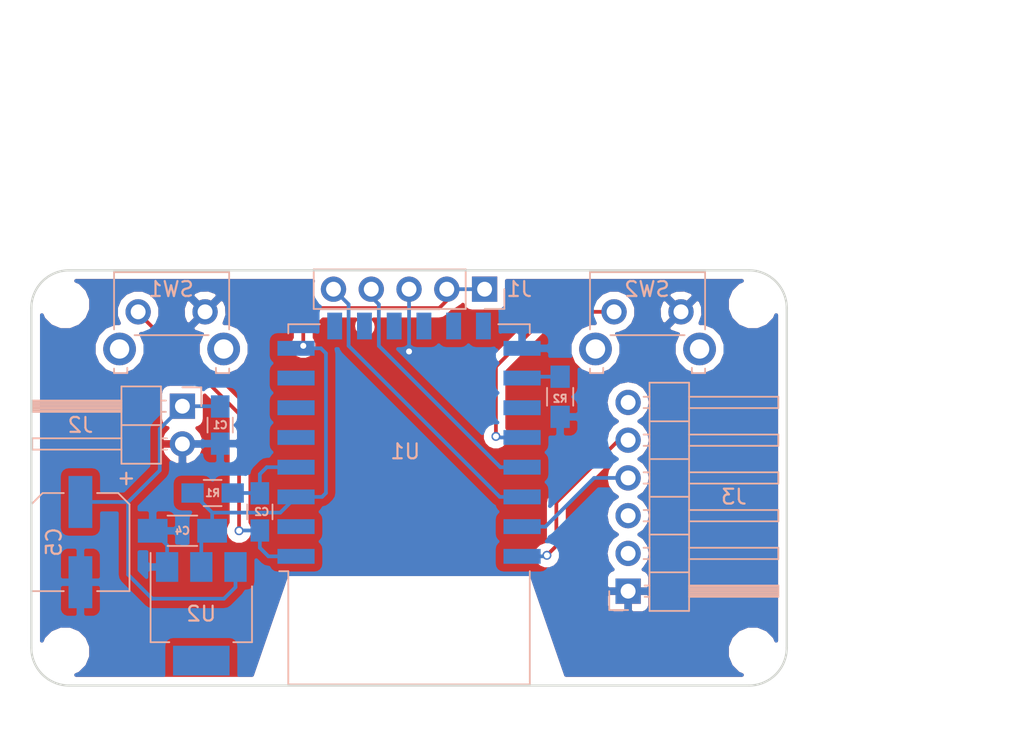
<source format=kicad_pcb>
(kicad_pcb (version 4) (host pcbnew 4.0.7-e2-6376~58~ubuntu14.04.1)

  (general
    (links 30)
    (no_connects 1)
    (area 121.844999 87.046999 172.795001 115.137001)
    (thickness 1.6)
    (drawings 13)
    (tracks 82)
    (zones 0)
    (modules 17)
    (nets 12)
  )

  (page A4)
  (layers
    (0 F.Cu signal)
    (31 B.Cu signal)
    (32 B.Adhes user)
    (33 F.Adhes user)
    (34 B.Paste user)
    (35 F.Paste user)
    (36 B.SilkS user)
    (37 F.SilkS user)
    (38 B.Mask user)
    (39 F.Mask user)
    (40 Dwgs.User user)
    (42 Eco1.User user)
    (43 Eco2.User user)
    (44 Edge.Cuts user)
    (45 Margin user)
    (46 B.CrtYd user)
    (47 F.CrtYd user)
    (48 B.Fab user)
    (49 F.Fab user)
  )

  (setup
    (last_trace_width 0.25)
    (trace_clearance 0.2)
    (zone_clearance 0.508)
    (zone_45_only no)
    (trace_min 0.2)
    (segment_width 0.2)
    (edge_width 0.15)
    (via_size 0.6)
    (via_drill 0.4)
    (via_min_size 0.4)
    (via_min_drill 0.3)
    (uvia_size 0.3)
    (uvia_drill 0.1)
    (uvias_allowed no)
    (uvia_min_size 0.2)
    (uvia_min_drill 0.1)
    (pcb_text_width 0.3)
    (pcb_text_size 1.5 1.5)
    (mod_edge_width 0.15)
    (mod_text_size 1 1)
    (mod_text_width 0.15)
    (pad_size 3 3)
    (pad_drill 2)
    (pad_to_mask_clearance 0.2)
    (aux_axis_origin 0 0)
    (visible_elements FFFEFF7F)
    (pcbplotparams
      (layerselection 0x00030_80000001)
      (usegerberextensions false)
      (excludeedgelayer true)
      (linewidth 0.100000)
      (plotframeref false)
      (viasonmask false)
      (mode 1)
      (useauxorigin false)
      (hpglpennumber 1)
      (hpglpenspeed 20)
      (hpglpendiameter 15)
      (hpglpenoverlay 2)
      (psnegative false)
      (psa4output false)
      (plotreference true)
      (plotvalue true)
      (plotinvisibletext false)
      (padsonsilk false)
      (subtractmaskfromsilk false)
      (outputformat 1)
      (mirror false)
      (drillshape 1)
      (scaleselection 1)
      (outputdirectory ""))
  )

  (net 0 "")
  (net 1 +3V3)
  (net 2 GND)
  (net 3 "Net-(C1-Pad1)")
  (net 4 "Net-(C2-Pad1)")
  (net 5 "Net-(C2-Pad2)")
  (net 6 "Net-(J1-Pad4)")
  (net 7 "Net-(J1-Pad5)")
  (net 8 "Net-(J3-Pad4)")
  (net 9 "Net-(J3-Pad5)")
  (net 10 "Net-(SW2-Pad2)")
  (net 11 "Net-(R2-Pad1)")

  (net_class Default "This is the default net class."
    (clearance 0.2)
    (trace_width 0.25)
    (via_dia 0.6)
    (via_drill 0.4)
    (uvia_dia 0.3)
    (uvia_drill 0.1)
    (add_net +3V3)
    (add_net GND)
    (add_net "Net-(C1-Pad1)")
    (add_net "Net-(C2-Pad1)")
    (add_net "Net-(C2-Pad2)")
    (add_net "Net-(J1-Pad4)")
    (add_net "Net-(J1-Pad5)")
    (add_net "Net-(J3-Pad4)")
    (add_net "Net-(J3-Pad5)")
    (add_net "Net-(R2-Pad1)")
    (add_net "Net-(SW2-Pad2)")
  )

  (module Mounting_Holes:MountingHole_2.2mm_M2 (layer F.Cu) (tedit 5AAAE980) (tstamp 5AB45703)
    (at 124.206 112.776)
    (descr "Mounting Hole 2.2mm, no annular, M2")
    (tags "mounting hole 2.2mm no annular m2")
    (attr virtual)
    (fp_text reference REF** (at 4.572 1.778) (layer F.SilkS) hide
      (effects (font (size 1 1) (thickness 0.15)))
    )
    (fp_text value MountingHole_2.2mm_M2 (at 0 3.2) (layer F.Fab) hide
      (effects (font (size 1 1) (thickness 0.15)))
    )
    (fp_text user %R (at 0.3 0) (layer F.Fab)
      (effects (font (size 1 1) (thickness 0.15)))
    )
    (fp_circle (center 0 0) (end 2.2 0) (layer Cmts.User) (width 0.15))
    (fp_circle (center 0 0) (end 2.45 0) (layer F.CrtYd) (width 0.05))
    (pad 1 np_thru_hole circle (at 0 0) (size 2.2 2.2) (drill 2.2) (layers *.Cu *.Mask))
  )

  (module Mounting_Holes:MountingHole_2.2mm_M2 (layer F.Cu) (tedit 5AAAE971) (tstamp 5AB456FB)
    (at 170.434 112.776)
    (descr "Mounting Hole 2.2mm, no annular, M2")
    (tags "mounting hole 2.2mm no annular m2")
    (attr virtual)
    (fp_text reference REF** (at -4.572 1.778) (layer F.SilkS) hide
      (effects (font (size 1 1) (thickness 0.15)))
    )
    (fp_text value MountingHole_2.2mm_M2 (at 0 3.2) (layer F.Fab) hide
      (effects (font (size 1 1) (thickness 0.15)))
    )
    (fp_text user %R (at 0.3 0) (layer F.Fab)
      (effects (font (size 1 1) (thickness 0.15)))
    )
    (fp_circle (center 0 0) (end 2.2 0) (layer Cmts.User) (width 0.15))
    (fp_circle (center 0 0) (end 2.45 0) (layer F.CrtYd) (width 0.05))
    (pad 1 np_thru_hole circle (at 0 0) (size 2.2 2.2) (drill 2.2) (layers *.Cu *.Mask))
  )

  (module Mounting_Holes:MountingHole_2.2mm_M2 (layer F.Cu) (tedit 5AAAE964) (tstamp 5AB456E8)
    (at 170.434 89.408)
    (descr "Mounting Hole 2.2mm, no annular, M2")
    (tags "mounting hole 2.2mm no annular m2")
    (attr virtual)
    (fp_text reference REF** (at -4.318 -1.778) (layer F.SilkS) hide
      (effects (font (size 1 1) (thickness 0.15)))
    )
    (fp_text value MountingHole_2.2mm_M2 (at 0 3.2) (layer F.Fab) hide
      (effects (font (size 1 1) (thickness 0.15)))
    )
    (fp_text user %R (at 0.3 0) (layer F.Fab)
      (effects (font (size 1 1) (thickness 0.15)))
    )
    (fp_circle (center 0 0) (end 2.2 0) (layer Cmts.User) (width 0.15))
    (fp_circle (center 0 0) (end 2.45 0) (layer F.CrtYd) (width 0.05))
    (pad 1 np_thru_hole circle (at 0 0) (size 2.2 2.2) (drill 2.2) (layers *.Cu *.Mask))
  )

  (module Mounting_Holes:MountingHole_2.2mm_M2 (layer F.Cu) (tedit 5AAAE98D) (tstamp 5AB456D5)
    (at 124.206 89.408)
    (descr "Mounting Hole 2.2mm, no annular, M2")
    (tags "mounting hole 2.2mm no annular m2")
    (attr virtual)
    (fp_text reference REF** (at 4.064 -1.778) (layer F.SilkS) hide
      (effects (font (size 1 1) (thickness 0.15)))
    )
    (fp_text value MountingHole_2.2mm_M2 (at 0 3.2) (layer F.Fab) hide
      (effects (font (size 1 1) (thickness 0.15)))
    )
    (fp_text user %R (at 0.3 0) (layer F.Fab)
      (effects (font (size 1 1) (thickness 0.15)))
    )
    (fp_circle (center 0 0) (end 2.2 0) (layer Cmts.User) (width 0.15))
    (fp_circle (center 0 0) (end 2.45 0) (layer F.CrtYd) (width 0.05))
    (pad 1 np_thru_hole circle (at 0 0) (size 2.2 2.2) (drill 2.2) (layers *.Cu *.Mask))
  )

  (module Pin_Headers:Pin_Header_Straight_1x05_Pitch2.54mm (layer B.Cu) (tedit 5ACC5B65) (tstamp 5AC67B8F)
    (at 152.4 88.392 90)
    (descr "Through hole straight pin header, 1x05, 2.54mm pitch, single row")
    (tags "Through hole pin header THT 1x05 2.54mm single row")
    (path /5AAB73A0)
    (fp_text reference J1 (at 0 2.33 180) (layer B.SilkS)
      (effects (font (size 1 1) (thickness 0.15)) (justify mirror))
    )
    (fp_text value Display (at 0 -12.49 90) (layer B.Fab)
      (effects (font (size 1 1) (thickness 0.15)) (justify mirror))
    )
    (fp_line (start -0.635 1.27) (end 1.27 1.27) (layer B.Fab) (width 0.1))
    (fp_line (start 1.27 1.27) (end 1.27 -11.43) (layer B.Fab) (width 0.1))
    (fp_line (start 1.27 -11.43) (end -1.27 -11.43) (layer B.Fab) (width 0.1))
    (fp_line (start -1.27 -11.43) (end -1.27 0.635) (layer B.Fab) (width 0.1))
    (fp_line (start -1.27 0.635) (end -0.635 1.27) (layer B.Fab) (width 0.1))
    (fp_line (start -1.33 -11.49) (end 1.33 -11.49) (layer B.SilkS) (width 0.12))
    (fp_line (start -1.33 -1.27) (end -1.33 -11.49) (layer B.SilkS) (width 0.12))
    (fp_line (start 1.33 -1.27) (end 1.33 -11.49) (layer B.SilkS) (width 0.12))
    (fp_line (start -1.33 -1.27) (end 1.33 -1.27) (layer B.SilkS) (width 0.12))
    (fp_line (start -1.33 0) (end -1.33 1.33) (layer B.SilkS) (width 0.12))
    (fp_line (start -1.33 1.33) (end 0 1.33) (layer B.SilkS) (width 0.12))
    (fp_line (start -1.8 1.8) (end -1.8 -11.95) (layer B.CrtYd) (width 0.05))
    (fp_line (start -1.8 -11.95) (end 1.8 -11.95) (layer B.CrtYd) (width 0.05))
    (fp_line (start 1.8 -11.95) (end 1.8 1.8) (layer B.CrtYd) (width 0.05))
    (fp_line (start 1.8 1.8) (end -1.8 1.8) (layer B.CrtYd) (width 0.05))
    (fp_text user %R (at 0 -5.08 360) (layer B.Fab)
      (effects (font (size 1 1) (thickness 0.15)) (justify mirror))
    )
    (pad 1 thru_hole rect (at 0 0 90) (size 1.7 1.7) (drill 1) (layers *.Cu *.Mask)
      (net 1 +3V3))
    (pad 2 thru_hole oval (at 0 -2.54 90) (size 1.7 1.7) (drill 1) (layers *.Cu *.Mask)
      (net 1 +3V3))
    (pad 3 thru_hole oval (at 0 -5.08 90) (size 1.7 1.7) (drill 1) (layers *.Cu *.Mask)
      (net 2 GND))
    (pad 4 thru_hole oval (at 0 -7.62 90) (size 1.7 1.7) (drill 1) (layers *.Cu *.Mask)
      (net 6 "Net-(J1-Pad4)"))
    (pad 5 thru_hole oval (at 0 -10.16 90) (size 1.7 1.7) (drill 1) (layers *.Cu *.Mask)
      (net 7 "Net-(J1-Pad5)"))
    (model ${KISYS3DMOD}/Pin_Headers.3dshapes/Pin_Header_Straight_1x05_Pitch2.54mm.wrl
      (at (xyz 0 0 0))
      (scale (xyz 1 1 1))
      (rotate (xyz 0 0 0))
    )
  )

  (module RF_Modules:ESP-12E (layer B.Cu) (tedit 5ACC5997) (tstamp 5AC67BCA)
    (at 147.32 102.87)
    (descr "Wi-Fi Module, http://wiki.ai-thinker.com/_media/esp8266/docs/aithinker_esp_12f_datasheet_en.pdf")
    (tags "Wi-Fi Module")
    (path /5AC544B3)
    (attr smd)
    (fp_text reference U1 (at -0.254 -3.556) (layer B.SilkS)
      (effects (font (size 1 1) (thickness 0.15)) (justify mirror))
    )
    (fp_text value ESP-12E (at 0 -1.651) (layer B.Fab)
      (effects (font (size 1 1) (thickness 0.15)) (justify mirror))
    )
    (fp_text user Antenna (at -0.06 7 180) (layer Cmts.User)
      (effects (font (size 1 1) (thickness 0.15)))
    )
    (fp_text user "KEEP-OUT ZONE" (at 0.03 9.55 180) (layer Cmts.User)
      (effects (font (size 1 1) (thickness 0.15)))
    )
    (fp_text user %R (at -0.254 -3.429) (layer B.Fab)
      (effects (font (size 1 1) (thickness 0.15)) (justify mirror))
    )
    (fp_line (start -8 12) (end 8 12) (layer B.Fab) (width 0.12))
    (fp_line (start 8 12) (end 8 -12) (layer B.Fab) (width 0.12))
    (fp_line (start 8 -12) (end -8 -12) (layer B.Fab) (width 0.12))
    (fp_line (start -8 -12) (end -8 3) (layer B.Fab) (width 0.12))
    (fp_line (start -8 3) (end -7.5 3.5) (layer B.Fab) (width 0.12))
    (fp_line (start -7.5 3.5) (end -8 4) (layer B.Fab) (width 0.12))
    (fp_line (start -8 4) (end -8 12) (layer B.Fab) (width 0.12))
    (fp_line (start -9.05 12.2) (end 9.05 12.2) (layer B.CrtYd) (width 0.05))
    (fp_line (start 9.05 12.2) (end 9.05 -13.1) (layer B.CrtYd) (width 0.05))
    (fp_line (start 9.05 -13.1) (end -9.05 -13.1) (layer B.CrtYd) (width 0.05))
    (fp_line (start -9.05 -13.1) (end -9.05 12.2) (layer B.CrtYd) (width 0.05))
    (fp_line (start -8.12 12.12) (end 8.12 12.12) (layer B.SilkS) (width 0.12))
    (fp_line (start 8.12 12.12) (end 8.12 4.5) (layer B.SilkS) (width 0.12))
    (fp_line (start 8.12 -11.5) (end 8.12 -12.12) (layer B.SilkS) (width 0.12))
    (fp_line (start 8.12 -12.12) (end 6 -12.12) (layer B.SilkS) (width 0.12))
    (fp_line (start -6 -12.12) (end -8.12 -12.12) (layer B.SilkS) (width 0.12))
    (fp_line (start -8.12 -12.12) (end -8.12 -11.5) (layer B.SilkS) (width 0.12))
    (fp_line (start -8.12 4.5) (end -8.12 12.12) (layer B.SilkS) (width 0.12))
    (fp_line (start -8.12 4.5) (end -8.73 4.5) (layer B.SilkS) (width 0.12))
    (fp_line (start -8.12 12.12) (end 8.12 12.12) (layer Dwgs.User) (width 0.12))
    (fp_line (start 8.12 12.12) (end 8.12 4.8) (layer Dwgs.User) (width 0.12))
    (fp_line (start 8.12 4.8) (end -8.12 4.8) (layer Dwgs.User) (width 0.12))
    (fp_line (start -8.12 4.8) (end -8.12 12.12) (layer Dwgs.User) (width 0.12))
    (fp_line (start -8.12 9.12) (end -5.12 12.12) (layer Dwgs.User) (width 0.12))
    (fp_line (start -8.12 6.12) (end -2.12 12.12) (layer Dwgs.User) (width 0.12))
    (fp_line (start -6.44 4.8) (end 0.88 12.12) (layer Dwgs.User) (width 0.12))
    (fp_line (start -3.44 4.8) (end 3.88 12.12) (layer Dwgs.User) (width 0.12))
    (fp_line (start -0.44 4.8) (end 6.88 12.12) (layer Dwgs.User) (width 0.12))
    (fp_line (start 2.56 4.8) (end 8.12 10.36) (layer Dwgs.User) (width 0.12))
    (fp_line (start 5.56 4.8) (end 8.12 7.36) (layer Dwgs.User) (width 0.12))
    (pad 1 smd rect (at -7.6 3.5) (size 2.5 1) (layers B.Cu B.Paste B.Mask)
      (net 5 "Net-(C2-Pad2)"))
    (pad 2 smd rect (at -7.6 1.5) (size 2.5 1) (layers B.Cu B.Paste B.Mask))
    (pad 3 smd rect (at -7.6 -0.5) (size 2.5 1) (layers B.Cu B.Paste B.Mask)
      (net 1 +3V3))
    (pad 4 smd rect (at -7.6 -2.5) (size 2.5 1) (layers B.Cu B.Paste B.Mask)
      (net 4 "Net-(C2-Pad1)"))
    (pad 5 smd rect (at -7.6 -4.5) (size 2.5 1) (layers B.Cu B.Paste B.Mask))
    (pad 6 smd rect (at -7.6 -6.5) (size 2.5 1) (layers B.Cu B.Paste B.Mask))
    (pad 7 smd rect (at -7.6 -8.5) (size 2.5 1) (layers B.Cu B.Paste B.Mask))
    (pad 8 smd rect (at -7.6 -10.5) (size 2.5 1) (layers B.Cu B.Paste B.Mask)
      (net 1 +3V3))
    (pad 9 smd rect (at -5 -12) (size 1 1.8) (layers B.Cu B.Paste B.Mask))
    (pad 10 smd rect (at -3 -12) (size 1 1.8) (layers B.Cu B.Paste B.Mask))
    (pad 11 smd rect (at -1 -12) (size 1 1.8) (layers B.Cu B.Paste B.Mask))
    (pad 12 smd rect (at 1 -12) (size 1 1.8) (layers B.Cu B.Paste B.Mask))
    (pad 13 smd rect (at 3 -12) (size 1 1.8) (layers B.Cu B.Paste B.Mask))
    (pad 14 smd rect (at 5 -12) (size 1 1.8) (layers B.Cu B.Paste B.Mask))
    (pad 15 smd rect (at 7.6 -10.5) (size 2.5 1) (layers B.Cu B.Paste B.Mask)
      (net 2 GND))
    (pad 16 smd rect (at 7.6 -8.5) (size 2.5 1) (layers B.Cu B.Paste B.Mask)
      (net 11 "Net-(R2-Pad1)"))
    (pad 17 smd rect (at 7.6 -6.5) (size 2.5 1) (layers B.Cu B.Paste B.Mask))
    (pad 18 smd rect (at 7.6 -4.5) (size 2.5 1) (layers B.Cu B.Paste B.Mask)
      (net 10 "Net-(SW2-Pad2)"))
    (pad 19 smd rect (at 7.6 -2.5) (size 2.5 1) (layers B.Cu B.Paste B.Mask)
      (net 6 "Net-(J1-Pad4)"))
    (pad 20 smd rect (at 7.6 -0.5) (size 2.5 1) (layers B.Cu B.Paste B.Mask)
      (net 7 "Net-(J1-Pad5)"))
    (pad 21 smd rect (at 7.6 1.5) (size 2.5 1) (layers B.Cu B.Paste B.Mask)
      (net 8 "Net-(J3-Pad4)"))
    (pad 22 smd rect (at 7.6 3.5) (size 2.5 1) (layers B.Cu B.Paste B.Mask)
      (net 9 "Net-(J3-Pad5)"))
    (model ${KISYS3DMOD}/RF_Modules.3dshapes/ESP-12E.wrl
      (at (xyz 0 0 0))
      (scale (xyz 1 1 1))
      (rotate (xyz 0 0 0))
    )
  )

  (module Capacitors_SMD:C_0805_HandSoldering (layer B.Cu) (tedit 5ACC5E81) (tstamp 5AAD6C79)
    (at 134.62 97.536 270)
    (descr "Capacitor SMD 0805, hand soldering")
    (tags "capacitor 0805")
    (path /5AAD65D4)
    (attr smd)
    (fp_text reference C1 (at 0 0 360) (layer B.SilkS)
      (effects (font (size 0.5 0.5) (thickness 0.125)) (justify mirror))
    )
    (fp_text value 100nF (at 0 -1.75 270) (layer B.Fab)
      (effects (font (size 1 1) (thickness 0.15)) (justify mirror))
    )
    (fp_text user %R (at 0 0 360) (layer B.Fab)
      (effects (font (size 0.5 0.5) (thickness 0.125)) (justify mirror))
    )
    (fp_line (start -1 -0.62) (end -1 0.62) (layer B.Fab) (width 0.1))
    (fp_line (start 1 -0.62) (end -1 -0.62) (layer B.Fab) (width 0.1))
    (fp_line (start 1 0.62) (end 1 -0.62) (layer B.Fab) (width 0.1))
    (fp_line (start -1 0.62) (end 1 0.62) (layer B.Fab) (width 0.1))
    (fp_line (start 0.5 0.85) (end -0.5 0.85) (layer B.SilkS) (width 0.12))
    (fp_line (start -0.5 -0.85) (end 0.5 -0.85) (layer B.SilkS) (width 0.12))
    (fp_line (start -2.25 0.88) (end 2.25 0.88) (layer B.CrtYd) (width 0.05))
    (fp_line (start -2.25 0.88) (end -2.25 -0.87) (layer B.CrtYd) (width 0.05))
    (fp_line (start 2.25 -0.87) (end 2.25 0.88) (layer B.CrtYd) (width 0.05))
    (fp_line (start 2.25 -0.87) (end -2.25 -0.87) (layer B.CrtYd) (width 0.05))
    (pad 1 smd rect (at -1.25 0 270) (size 1.5 1.25) (layers B.Cu B.Paste B.Mask)
      (net 3 "Net-(C1-Pad1)"))
    (pad 2 smd rect (at 1.25 0 270) (size 1.5 1.25) (layers B.Cu B.Paste B.Mask)
      (net 2 GND))
    (model Capacitors_SMD.3dshapes/C_0805.wrl
      (at (xyz 0 0 0))
      (scale (xyz 1 1 1))
      (rotate (xyz 0 0 0))
    )
  )

  (module Capacitors_SMD:C_0805_HandSoldering (layer B.Cu) (tedit 5ACC5E35) (tstamp 5AAD6C7F)
    (at 137.287 103.378 270)
    (descr "Capacitor SMD 0805, hand soldering")
    (tags "capacitor 0805")
    (path /5AAD503E)
    (attr smd)
    (fp_text reference C2 (at 0 -0.127 360) (layer B.SilkS)
      (effects (font (size 0.5 0.5) (thickness 0.125)) (justify mirror))
    )
    (fp_text value 1uF (at 0 -1.75 270) (layer B.Fab)
      (effects (font (size 1 1) (thickness 0.15)) (justify mirror))
    )
    (fp_text user %R (at 0 -0.127 360) (layer B.Fab)
      (effects (font (size 1 1) (thickness 0.15)) (justify mirror))
    )
    (fp_line (start -1 -0.62) (end -1 0.62) (layer B.Fab) (width 0.1))
    (fp_line (start 1 -0.62) (end -1 -0.62) (layer B.Fab) (width 0.1))
    (fp_line (start 1 0.62) (end 1 -0.62) (layer B.Fab) (width 0.1))
    (fp_line (start -1 0.62) (end 1 0.62) (layer B.Fab) (width 0.1))
    (fp_line (start 0.5 0.85) (end -0.5 0.85) (layer B.SilkS) (width 0.12))
    (fp_line (start -0.5 -0.85) (end 0.5 -0.85) (layer B.SilkS) (width 0.12))
    (fp_line (start -2.25 0.88) (end 2.25 0.88) (layer B.CrtYd) (width 0.05))
    (fp_line (start -2.25 0.88) (end -2.25 -0.87) (layer B.CrtYd) (width 0.05))
    (fp_line (start 2.25 -0.87) (end 2.25 0.88) (layer B.CrtYd) (width 0.05))
    (fp_line (start 2.25 -0.87) (end -2.25 -0.87) (layer B.CrtYd) (width 0.05))
    (pad 1 smd rect (at -1.25 0 270) (size 1.5 1.25) (layers B.Cu B.Paste B.Mask)
      (net 4 "Net-(C2-Pad1)"))
    (pad 2 smd rect (at 1.25 0 270) (size 1.5 1.25) (layers B.Cu B.Paste B.Mask)
      (net 5 "Net-(C2-Pad2)"))
    (model Capacitors_SMD.3dshapes/C_0805.wrl
      (at (xyz 0 0 0))
      (scale (xyz 1 1 1))
      (rotate (xyz 0 0 0))
    )
  )

  (module Pin_Headers:Pin_Header_Angled_1x02_Pitch2.54mm (layer B.Cu) (tedit 5ACC59F2) (tstamp 5AAD6C91)
    (at 132.08 96.266 180)
    (descr "Through hole angled pin header, 1x02, 2.54mm pitch, 6mm pin length, single row")
    (tags "Through hole angled pin header THT 1x02 2.54mm single row")
    (path /5AAD6BA5)
    (fp_text reference J2 (at 6.858 -1.27 180) (layer B.SilkS)
      (effects (font (size 1 1) (thickness 0.15)) (justify mirror))
    )
    (fp_text value Battery (at 4.385 -4.81 180) (layer B.Fab)
      (effects (font (size 1 1) (thickness 0.15)) (justify mirror))
    )
    (fp_line (start 2.135 1.27) (end 4.04 1.27) (layer B.Fab) (width 0.1))
    (fp_line (start 4.04 1.27) (end 4.04 -3.81) (layer B.Fab) (width 0.1))
    (fp_line (start 4.04 -3.81) (end 1.5 -3.81) (layer B.Fab) (width 0.1))
    (fp_line (start 1.5 -3.81) (end 1.5 0.635) (layer B.Fab) (width 0.1))
    (fp_line (start 1.5 0.635) (end 2.135 1.27) (layer B.Fab) (width 0.1))
    (fp_line (start -0.32 0.32) (end 1.5 0.32) (layer B.Fab) (width 0.1))
    (fp_line (start -0.32 0.32) (end -0.32 -0.32) (layer B.Fab) (width 0.1))
    (fp_line (start -0.32 -0.32) (end 1.5 -0.32) (layer B.Fab) (width 0.1))
    (fp_line (start 4.04 0.32) (end 10.04 0.32) (layer B.Fab) (width 0.1))
    (fp_line (start 10.04 0.32) (end 10.04 -0.32) (layer B.Fab) (width 0.1))
    (fp_line (start 4.04 -0.32) (end 10.04 -0.32) (layer B.Fab) (width 0.1))
    (fp_line (start -0.32 -2.22) (end 1.5 -2.22) (layer B.Fab) (width 0.1))
    (fp_line (start -0.32 -2.22) (end -0.32 -2.86) (layer B.Fab) (width 0.1))
    (fp_line (start -0.32 -2.86) (end 1.5 -2.86) (layer B.Fab) (width 0.1))
    (fp_line (start 4.04 -2.22) (end 10.04 -2.22) (layer B.Fab) (width 0.1))
    (fp_line (start 10.04 -2.22) (end 10.04 -2.86) (layer B.Fab) (width 0.1))
    (fp_line (start 4.04 -2.86) (end 10.04 -2.86) (layer B.Fab) (width 0.1))
    (fp_line (start 1.44 1.33) (end 1.44 -3.87) (layer B.SilkS) (width 0.12))
    (fp_line (start 1.44 -3.87) (end 4.1 -3.87) (layer B.SilkS) (width 0.12))
    (fp_line (start 4.1 -3.87) (end 4.1 1.33) (layer B.SilkS) (width 0.12))
    (fp_line (start 4.1 1.33) (end 1.44 1.33) (layer B.SilkS) (width 0.12))
    (fp_line (start 4.1 0.38) (end 10.1 0.38) (layer B.SilkS) (width 0.12))
    (fp_line (start 10.1 0.38) (end 10.1 -0.38) (layer B.SilkS) (width 0.12))
    (fp_line (start 10.1 -0.38) (end 4.1 -0.38) (layer B.SilkS) (width 0.12))
    (fp_line (start 4.1 0.32) (end 10.1 0.32) (layer B.SilkS) (width 0.12))
    (fp_line (start 4.1 0.2) (end 10.1 0.2) (layer B.SilkS) (width 0.12))
    (fp_line (start 4.1 0.08) (end 10.1 0.08) (layer B.SilkS) (width 0.12))
    (fp_line (start 4.1 -0.04) (end 10.1 -0.04) (layer B.SilkS) (width 0.12))
    (fp_line (start 4.1 -0.16) (end 10.1 -0.16) (layer B.SilkS) (width 0.12))
    (fp_line (start 4.1 -0.28) (end 10.1 -0.28) (layer B.SilkS) (width 0.12))
    (fp_line (start 1.11 0.38) (end 1.44 0.38) (layer B.SilkS) (width 0.12))
    (fp_line (start 1.11 -0.38) (end 1.44 -0.38) (layer B.SilkS) (width 0.12))
    (fp_line (start 1.44 -1.27) (end 4.1 -1.27) (layer B.SilkS) (width 0.12))
    (fp_line (start 4.1 -2.16) (end 10.1 -2.16) (layer B.SilkS) (width 0.12))
    (fp_line (start 10.1 -2.16) (end 10.1 -2.92) (layer B.SilkS) (width 0.12))
    (fp_line (start 10.1 -2.92) (end 4.1 -2.92) (layer B.SilkS) (width 0.12))
    (fp_line (start 1.042929 -2.16) (end 1.44 -2.16) (layer B.SilkS) (width 0.12))
    (fp_line (start 1.042929 -2.92) (end 1.44 -2.92) (layer B.SilkS) (width 0.12))
    (fp_line (start -1.27 0) (end -1.27 1.27) (layer B.SilkS) (width 0.12))
    (fp_line (start -1.27 1.27) (end 0 1.27) (layer B.SilkS) (width 0.12))
    (fp_line (start -1.8 1.8) (end -1.8 -4.35) (layer B.CrtYd) (width 0.05))
    (fp_line (start -1.8 -4.35) (end 10.55 -4.35) (layer B.CrtYd) (width 0.05))
    (fp_line (start 10.55 -4.35) (end 10.55 1.8) (layer B.CrtYd) (width 0.05))
    (fp_line (start 10.55 1.8) (end -1.8 1.8) (layer B.CrtYd) (width 0.05))
    (fp_text user %R (at 2.77 -1.27 450) (layer B.Fab)
      (effects (font (size 1 1) (thickness 0.15)) (justify mirror))
    )
    (pad 1 thru_hole rect (at 0 0 180) (size 1.7 1.7) (drill 1) (layers *.Cu *.Mask)
      (net 3 "Net-(C1-Pad1)"))
    (pad 2 thru_hole oval (at 0 -2.54 180) (size 1.7 1.7) (drill 1) (layers *.Cu *.Mask)
      (net 2 GND))
    (model ${KISYS3DMOD}/Pin_Headers.3dshapes/Pin_Header_Angled_1x02_Pitch2.54mm.wrl
      (at (xyz 0 0 0))
      (scale (xyz 1 1 1))
      (rotate (xyz 0 0 0))
    )
  )

  (module Pin_Headers:Pin_Header_Angled_1x06_Pitch2.54mm (layer B.Cu) (tedit 5ACC59AE) (tstamp 5AAD6C9B)
    (at 162.052 108.712)
    (descr "Through hole angled pin header, 1x06, 2.54mm pitch, 6mm pin length, single row")
    (tags "Through hole angled pin header THT 1x06 2.54mm single row")
    (path /5AAD53E4)
    (fp_text reference J3 (at 7.112 -6.35) (layer B.SilkS)
      (effects (font (size 1 1) (thickness 0.15)) (justify mirror))
    )
    (fp_text value FTDI_CONN (at 4.385 -14.97) (layer B.Fab)
      (effects (font (size 1 1) (thickness 0.15)) (justify mirror))
    )
    (fp_line (start 2.135 1.27) (end 4.04 1.27) (layer B.Fab) (width 0.1))
    (fp_line (start 4.04 1.27) (end 4.04 -13.97) (layer B.Fab) (width 0.1))
    (fp_line (start 4.04 -13.97) (end 1.5 -13.97) (layer B.Fab) (width 0.1))
    (fp_line (start 1.5 -13.97) (end 1.5 0.635) (layer B.Fab) (width 0.1))
    (fp_line (start 1.5 0.635) (end 2.135 1.27) (layer B.Fab) (width 0.1))
    (fp_line (start -0.32 0.32) (end 1.5 0.32) (layer B.Fab) (width 0.1))
    (fp_line (start -0.32 0.32) (end -0.32 -0.32) (layer B.Fab) (width 0.1))
    (fp_line (start -0.32 -0.32) (end 1.5 -0.32) (layer B.Fab) (width 0.1))
    (fp_line (start 4.04 0.32) (end 10.04 0.32) (layer B.Fab) (width 0.1))
    (fp_line (start 10.04 0.32) (end 10.04 -0.32) (layer B.Fab) (width 0.1))
    (fp_line (start 4.04 -0.32) (end 10.04 -0.32) (layer B.Fab) (width 0.1))
    (fp_line (start -0.32 -2.22) (end 1.5 -2.22) (layer B.Fab) (width 0.1))
    (fp_line (start -0.32 -2.22) (end -0.32 -2.86) (layer B.Fab) (width 0.1))
    (fp_line (start -0.32 -2.86) (end 1.5 -2.86) (layer B.Fab) (width 0.1))
    (fp_line (start 4.04 -2.22) (end 10.04 -2.22) (layer B.Fab) (width 0.1))
    (fp_line (start 10.04 -2.22) (end 10.04 -2.86) (layer B.Fab) (width 0.1))
    (fp_line (start 4.04 -2.86) (end 10.04 -2.86) (layer B.Fab) (width 0.1))
    (fp_line (start -0.32 -4.76) (end 1.5 -4.76) (layer B.Fab) (width 0.1))
    (fp_line (start -0.32 -4.76) (end -0.32 -5.4) (layer B.Fab) (width 0.1))
    (fp_line (start -0.32 -5.4) (end 1.5 -5.4) (layer B.Fab) (width 0.1))
    (fp_line (start 4.04 -4.76) (end 10.04 -4.76) (layer B.Fab) (width 0.1))
    (fp_line (start 10.04 -4.76) (end 10.04 -5.4) (layer B.Fab) (width 0.1))
    (fp_line (start 4.04 -5.4) (end 10.04 -5.4) (layer B.Fab) (width 0.1))
    (fp_line (start -0.32 -7.3) (end 1.5 -7.3) (layer B.Fab) (width 0.1))
    (fp_line (start -0.32 -7.3) (end -0.32 -7.94) (layer B.Fab) (width 0.1))
    (fp_line (start -0.32 -7.94) (end 1.5 -7.94) (layer B.Fab) (width 0.1))
    (fp_line (start 4.04 -7.3) (end 10.04 -7.3) (layer B.Fab) (width 0.1))
    (fp_line (start 10.04 -7.3) (end 10.04 -7.94) (layer B.Fab) (width 0.1))
    (fp_line (start 4.04 -7.94) (end 10.04 -7.94) (layer B.Fab) (width 0.1))
    (fp_line (start -0.32 -9.84) (end 1.5 -9.84) (layer B.Fab) (width 0.1))
    (fp_line (start -0.32 -9.84) (end -0.32 -10.48) (layer B.Fab) (width 0.1))
    (fp_line (start -0.32 -10.48) (end 1.5 -10.48) (layer B.Fab) (width 0.1))
    (fp_line (start 4.04 -9.84) (end 10.04 -9.84) (layer B.Fab) (width 0.1))
    (fp_line (start 10.04 -9.84) (end 10.04 -10.48) (layer B.Fab) (width 0.1))
    (fp_line (start 4.04 -10.48) (end 10.04 -10.48) (layer B.Fab) (width 0.1))
    (fp_line (start -0.32 -12.38) (end 1.5 -12.38) (layer B.Fab) (width 0.1))
    (fp_line (start -0.32 -12.38) (end -0.32 -13.02) (layer B.Fab) (width 0.1))
    (fp_line (start -0.32 -13.02) (end 1.5 -13.02) (layer B.Fab) (width 0.1))
    (fp_line (start 4.04 -12.38) (end 10.04 -12.38) (layer B.Fab) (width 0.1))
    (fp_line (start 10.04 -12.38) (end 10.04 -13.02) (layer B.Fab) (width 0.1))
    (fp_line (start 4.04 -13.02) (end 10.04 -13.02) (layer B.Fab) (width 0.1))
    (fp_line (start 1.44 1.33) (end 1.44 -14.03) (layer B.SilkS) (width 0.12))
    (fp_line (start 1.44 -14.03) (end 4.1 -14.03) (layer B.SilkS) (width 0.12))
    (fp_line (start 4.1 -14.03) (end 4.1 1.33) (layer B.SilkS) (width 0.12))
    (fp_line (start 4.1 1.33) (end 1.44 1.33) (layer B.SilkS) (width 0.12))
    (fp_line (start 4.1 0.38) (end 10.1 0.38) (layer B.SilkS) (width 0.12))
    (fp_line (start 10.1 0.38) (end 10.1 -0.38) (layer B.SilkS) (width 0.12))
    (fp_line (start 10.1 -0.38) (end 4.1 -0.38) (layer B.SilkS) (width 0.12))
    (fp_line (start 4.1 0.32) (end 10.1 0.32) (layer B.SilkS) (width 0.12))
    (fp_line (start 4.1 0.2) (end 10.1 0.2) (layer B.SilkS) (width 0.12))
    (fp_line (start 4.1 0.08) (end 10.1 0.08) (layer B.SilkS) (width 0.12))
    (fp_line (start 4.1 -0.04) (end 10.1 -0.04) (layer B.SilkS) (width 0.12))
    (fp_line (start 4.1 -0.16) (end 10.1 -0.16) (layer B.SilkS) (width 0.12))
    (fp_line (start 4.1 -0.28) (end 10.1 -0.28) (layer B.SilkS) (width 0.12))
    (fp_line (start 1.11 0.38) (end 1.44 0.38) (layer B.SilkS) (width 0.12))
    (fp_line (start 1.11 -0.38) (end 1.44 -0.38) (layer B.SilkS) (width 0.12))
    (fp_line (start 1.44 -1.27) (end 4.1 -1.27) (layer B.SilkS) (width 0.12))
    (fp_line (start 4.1 -2.16) (end 10.1 -2.16) (layer B.SilkS) (width 0.12))
    (fp_line (start 10.1 -2.16) (end 10.1 -2.92) (layer B.SilkS) (width 0.12))
    (fp_line (start 10.1 -2.92) (end 4.1 -2.92) (layer B.SilkS) (width 0.12))
    (fp_line (start 1.042929 -2.16) (end 1.44 -2.16) (layer B.SilkS) (width 0.12))
    (fp_line (start 1.042929 -2.92) (end 1.44 -2.92) (layer B.SilkS) (width 0.12))
    (fp_line (start 1.44 -3.81) (end 4.1 -3.81) (layer B.SilkS) (width 0.12))
    (fp_line (start 4.1 -4.7) (end 10.1 -4.7) (layer B.SilkS) (width 0.12))
    (fp_line (start 10.1 -4.7) (end 10.1 -5.46) (layer B.SilkS) (width 0.12))
    (fp_line (start 10.1 -5.46) (end 4.1 -5.46) (layer B.SilkS) (width 0.12))
    (fp_line (start 1.042929 -4.7) (end 1.44 -4.7) (layer B.SilkS) (width 0.12))
    (fp_line (start 1.042929 -5.46) (end 1.44 -5.46) (layer B.SilkS) (width 0.12))
    (fp_line (start 1.44 -6.35) (end 4.1 -6.35) (layer B.SilkS) (width 0.12))
    (fp_line (start 4.1 -7.24) (end 10.1 -7.24) (layer B.SilkS) (width 0.12))
    (fp_line (start 10.1 -7.24) (end 10.1 -8) (layer B.SilkS) (width 0.12))
    (fp_line (start 10.1 -8) (end 4.1 -8) (layer B.SilkS) (width 0.12))
    (fp_line (start 1.042929 -7.24) (end 1.44 -7.24) (layer B.SilkS) (width 0.12))
    (fp_line (start 1.042929 -8) (end 1.44 -8) (layer B.SilkS) (width 0.12))
    (fp_line (start 1.44 -8.89) (end 4.1 -8.89) (layer B.SilkS) (width 0.12))
    (fp_line (start 4.1 -9.78) (end 10.1 -9.78) (layer B.SilkS) (width 0.12))
    (fp_line (start 10.1 -9.78) (end 10.1 -10.54) (layer B.SilkS) (width 0.12))
    (fp_line (start 10.1 -10.54) (end 4.1 -10.54) (layer B.SilkS) (width 0.12))
    (fp_line (start 1.042929 -9.78) (end 1.44 -9.78) (layer B.SilkS) (width 0.12))
    (fp_line (start 1.042929 -10.54) (end 1.44 -10.54) (layer B.SilkS) (width 0.12))
    (fp_line (start 1.44 -11.43) (end 4.1 -11.43) (layer B.SilkS) (width 0.12))
    (fp_line (start 4.1 -12.32) (end 10.1 -12.32) (layer B.SilkS) (width 0.12))
    (fp_line (start 10.1 -12.32) (end 10.1 -13.08) (layer B.SilkS) (width 0.12))
    (fp_line (start 10.1 -13.08) (end 4.1 -13.08) (layer B.SilkS) (width 0.12))
    (fp_line (start 1.042929 -12.32) (end 1.44 -12.32) (layer B.SilkS) (width 0.12))
    (fp_line (start 1.042929 -13.08) (end 1.44 -13.08) (layer B.SilkS) (width 0.12))
    (fp_line (start -1.27 0) (end -1.27 1.27) (layer B.SilkS) (width 0.12))
    (fp_line (start -1.27 1.27) (end 0 1.27) (layer B.SilkS) (width 0.12))
    (fp_line (start -1.8 1.8) (end -1.8 -14.5) (layer B.CrtYd) (width 0.05))
    (fp_line (start -1.8 -14.5) (end 10.55 -14.5) (layer B.CrtYd) (width 0.05))
    (fp_line (start 10.55 -14.5) (end 10.55 1.8) (layer B.CrtYd) (width 0.05))
    (fp_line (start 10.55 1.8) (end -1.8 1.8) (layer B.CrtYd) (width 0.05))
    (fp_text user %R (at 2.77 -6.35 270) (layer B.Fab)
      (effects (font (size 1 1) (thickness 0.15)) (justify mirror))
    )
    (pad 1 thru_hole rect (at 0 0) (size 1.7 1.7) (drill 1) (layers *.Cu *.Mask)
      (net 2 GND))
    (pad 2 thru_hole oval (at 0 -2.54) (size 1.7 1.7) (drill 1) (layers *.Cu *.Mask))
    (pad 3 thru_hole oval (at 0 -5.08) (size 1.7 1.7) (drill 1) (layers *.Cu *.Mask))
    (pad 4 thru_hole oval (at 0 -7.62) (size 1.7 1.7) (drill 1) (layers *.Cu *.Mask)
      (net 8 "Net-(J3-Pad4)"))
    (pad 5 thru_hole oval (at 0 -10.16) (size 1.7 1.7) (drill 1) (layers *.Cu *.Mask)
      (net 9 "Net-(J3-Pad5)"))
    (pad 6 thru_hole oval (at 0 -12.7) (size 1.7 1.7) (drill 1) (layers *.Cu *.Mask))
    (model ${KISYS3DMOD}/Pin_Headers.3dshapes/Pin_Header_Angled_1x06_Pitch2.54mm.wrl
      (at (xyz 0 0 0))
      (scale (xyz 1 1 1))
      (rotate (xyz 0 0 0))
    )
  )

  (module Resistors_SMD:R_0805_HandSoldering (layer B.Cu) (tedit 5ACC5E59) (tstamp 5AAD6CA1)
    (at 134.112 102.108 180)
    (descr "Resistor SMD 0805, hand soldering")
    (tags "resistor 0805")
    (path /5AAD5075)
    (attr smd)
    (fp_text reference R1 (at 0 0 180) (layer B.SilkS)
      (effects (font (size 0.5 0.5) (thickness 0.125)) (justify mirror))
    )
    (fp_text value 1K (at 0 -1.75 180) (layer B.Fab)
      (effects (font (size 1 1) (thickness 0.15)) (justify mirror))
    )
    (fp_text user %R (at 0 0 180) (layer B.Fab)
      (effects (font (size 0.5 0.5) (thickness 0.075)) (justify mirror))
    )
    (fp_line (start -1 -0.62) (end -1 0.62) (layer B.Fab) (width 0.1))
    (fp_line (start 1 -0.62) (end -1 -0.62) (layer B.Fab) (width 0.1))
    (fp_line (start 1 0.62) (end 1 -0.62) (layer B.Fab) (width 0.1))
    (fp_line (start -1 0.62) (end 1 0.62) (layer B.Fab) (width 0.1))
    (fp_line (start 0.6 -0.88) (end -0.6 -0.88) (layer B.SilkS) (width 0.12))
    (fp_line (start -0.6 0.88) (end 0.6 0.88) (layer B.SilkS) (width 0.12))
    (fp_line (start -2.35 0.9) (end 2.35 0.9) (layer B.CrtYd) (width 0.05))
    (fp_line (start -2.35 0.9) (end -2.35 -0.9) (layer B.CrtYd) (width 0.05))
    (fp_line (start 2.35 -0.9) (end 2.35 0.9) (layer B.CrtYd) (width 0.05))
    (fp_line (start 2.35 -0.9) (end -2.35 -0.9) (layer B.CrtYd) (width 0.05))
    (pad 1 smd rect (at -1.35 0 180) (size 1.5 1.3) (layers B.Cu B.Paste B.Mask)
      (net 4 "Net-(C2-Pad1)"))
    (pad 2 smd rect (at 1.35 0 180) (size 1.5 1.3) (layers B.Cu B.Paste B.Mask)
      (net 1 +3V3))
    (model ${KISYS3DMOD}/Resistors_SMD.3dshapes/R_0805.wrl
      (at (xyz 0 0 0))
      (scale (xyz 1 1 1))
      (rotate (xyz 0 0 0))
    )
  )

  (module Buttons_Switches_THT:SW_Tactile_SKHH_Angled (layer B.Cu) (tedit 5ACC59FF) (tstamp 5AAD6CA9)
    (at 133.604 89.916 180)
    (descr "tactile switch 6mm ALPS SKHH right angle http://www.alps.com/prod/info/E/HTML/Tact/SnapIn/SKHH/SKHHLUA010.html")
    (tags "tactile switch 6mm ALPS SKHH right angle")
    (path /5AAD50BE)
    (fp_text reference SW1 (at 2.286 1.524 180) (layer B.SilkS)
      (effects (font (size 1 1) (thickness 0.15)) (justify mirror))
    )
    (fp_text value reset (at 2.25 -5.09 180) (layer B.Fab)
      (effects (font (size 1 1) (thickness 0.15)) (justify mirror))
    )
    (fp_line (start 5.23 -4.12) (end 5.23 -3.77) (layer B.SilkS) (width 0.12))
    (fp_line (start 6.12 -4.12) (end 5.23 -4.12) (layer B.SilkS) (width 0.12))
    (fp_line (start 6.12 -3.82) (end 6.12 -4.12) (layer B.SilkS) (width 0.12))
    (fp_text user %R (at 2.25 1.5 180) (layer B.Fab)
      (effects (font (size 1 1) (thickness 0.15)) (justify mirror))
    )
    (fp_line (start 0.2 -4.25) (end -2.6 -4.25) (layer B.CrtYd) (width 0.05))
    (fp_line (start -2.6 -4.25) (end -2.6 -1.15) (layer B.CrtYd) (width 0.05))
    (fp_line (start -2.6 -1.15) (end -1.75 -1.15) (layer B.CrtYd) (width 0.05))
    (fp_line (start -1.75 -1.15) (end -1.75 2.8) (layer B.CrtYd) (width 0.05))
    (fp_line (start 4.4 -4.25) (end 7.1 -4.25) (layer B.CrtYd) (width 0.05))
    (fp_line (start 7.1 -4.25) (end 7.1 -1.1) (layer B.CrtYd) (width 0.05))
    (fp_line (start 7.1 -1.1) (end 6.25 -1.1) (layer B.CrtYd) (width 0.05))
    (fp_line (start 6.25 -1.1) (end 6.25 2.8) (layer B.CrtYd) (width 0.05))
    (fp_line (start 0.1 -1.7) (end 4.4 -1.7) (layer B.CrtYd) (width 0.05))
    (fp_line (start 6.25 2.8) (end 4.15 2.8) (layer B.CrtYd) (width 0.05))
    (fp_line (start 4.15 2.8) (end 4.15 6.1) (layer B.CrtYd) (width 0.05))
    (fp_line (start 4.15 6.1) (end 0.35 6.1) (layer B.CrtYd) (width 0.05))
    (fp_line (start 0.35 6.1) (end 0.35 2.8) (layer B.CrtYd) (width 0.05))
    (fp_line (start 0.35 2.8) (end -1.75 2.8) (layer B.CrtYd) (width 0.05))
    (fp_line (start 0.1 -4.3) (end 0.1 -1.7) (layer B.CrtYd) (width 0.05))
    (fp_line (start 4.4 -1.7) (end 4.4 -4.25) (layer B.CrtYd) (width 0.05))
    (fp_line (start 0.6 5.85) (end 3.9 5.85) (layer B.Fab) (width 0.1))
    (fp_line (start 6 2.55) (end 6 -4) (layer B.Fab) (width 0.1))
    (fp_line (start 6 -4) (end 5.35 -4) (layer B.Fab) (width 0.1))
    (fp_line (start -0.85 -4) (end -1.5 -4) (layer B.Fab) (width 0.1))
    (fp_line (start -1.5 -4) (end -1.5 2.55) (layer B.Fab) (width 0.1))
    (fp_line (start 5.35 -1.45) (end -0.85 -1.45) (layer B.Fab) (width 0.1))
    (fp_line (start 5.35 -1.45) (end 5.35 -4) (layer B.Fab) (width 0.1))
    (fp_line (start -0.85 -1.45) (end -0.85 -4) (layer B.Fab) (width 0.1))
    (fp_line (start 6 2.55) (end -1.5 2.55) (layer B.Fab) (width 0.1))
    (fp_line (start 0.6 2.55) (end 0.6 5.85) (layer B.Fab) (width 0.1))
    (fp_line (start 3.9 2.55) (end 3.9 5.85) (layer B.Fab) (width 0.1))
    (fp_line (start 6.12 -1.18) (end 6.12 2.67) (layer B.SilkS) (width 0.12))
    (fp_line (start 6.12 2.67) (end -1.62 2.67) (layer B.SilkS) (width 0.12))
    (fp_line (start -1.62 2.67) (end -1.62 -1.18) (layer B.SilkS) (width 0.12))
    (fp_line (start -0.24 -1.57) (end 4.74 -1.57) (layer B.SilkS) (width 0.12))
    (fp_circle (center 0 0) (end -0.4445 0) (layer B.Mask) (width 0))
    (fp_circle (center 4.5 0) (end 4.0555 0) (layer B.Mask) (width 0))
    (fp_circle (center 5.75 -2.5) (end 5.115 -2.5) (layer B.Mask) (width 0))
    (fp_circle (center -1.25 -2.5) (end -1.885 -2.5) (layer B.Mask) (width 0))
    (fp_circle (center 5.75 -2.5) (end 4.607 -2.5) (layer F.Mask) (width 0))
    (fp_circle (center 0 0) (end -0.889 0) (layer F.Mask) (width 0))
    (fp_circle (center 4.5 0) (end 3.611 0) (layer F.Mask) (width 0))
    (fp_circle (center -1.25 -2.5) (end -2.393 -2.5) (layer F.Mask) (width 0))
    (fp_line (start -0.73 -4.12) (end -1.62 -4.12) (layer B.SilkS) (width 0.12))
    (fp_line (start -0.73 -4.12) (end -0.73 -3.77) (layer B.SilkS) (width 0.12))
    (fp_line (start -1.62 -3.82) (end -1.62 -4.12) (layer B.SilkS) (width 0.12))
    (pad "" thru_hole circle (at 5.75 -2.5) (size 2.2 2.2) (drill 1.3) (layers *.Cu *.Mask))
    (pad "" thru_hole circle (at -1.25 -2.5) (size 2.2 2.2) (drill 1.3) (layers *.Cu *.Mask))
    (pad 2 thru_hole circle (at 4.5 0) (size 1.7 1.7) (drill 1) (layers *.Cu *.Mask)
      (net 5 "Net-(C2-Pad2)"))
    (pad 1 thru_hole circle (at 0 0) (size 1.7 1.7) (drill 1) (layers *.Cu *.Mask)
      (net 2 GND))
    (model ${KISYS3DMOD}/Buttons_Switches_THT.3dshapes/SW_Tactile_SKHH_Angled.wrl
      (at (xyz 0 0 0))
      (scale (xyz 1 1 1))
      (rotate (xyz 0 0 0))
    )
  )

  (module Buttons_Switches_THT:SW_Tactile_SKHH_Angled (layer B.Cu) (tedit 5ACC5A04) (tstamp 5AAD6CB1)
    (at 165.608 89.916 180)
    (descr "tactile switch 6mm ALPS SKHH right angle http://www.alps.com/prod/info/E/HTML/Tact/SnapIn/SKHH/SKHHLUA010.html")
    (tags "tactile switch 6mm ALPS SKHH right angle")
    (path /5AAD5127)
    (fp_text reference SW2 (at 2.286 1.524 180) (layer B.SilkS)
      (effects (font (size 1 1) (thickness 0.15)) (justify mirror))
    )
    (fp_text value "prog enable" (at 2.25 -5.09 180) (layer B.Fab)
      (effects (font (size 1 1) (thickness 0.15)) (justify mirror))
    )
    (fp_line (start 5.23 -4.12) (end 5.23 -3.77) (layer B.SilkS) (width 0.12))
    (fp_line (start 6.12 -4.12) (end 5.23 -4.12) (layer B.SilkS) (width 0.12))
    (fp_line (start 6.12 -3.82) (end 6.12 -4.12) (layer B.SilkS) (width 0.12))
    (fp_text user %R (at 2.25 1.5 180) (layer B.Fab)
      (effects (font (size 1 1) (thickness 0.15)) (justify mirror))
    )
    (fp_line (start 0.2 -4.25) (end -2.6 -4.25) (layer B.CrtYd) (width 0.05))
    (fp_line (start -2.6 -4.25) (end -2.6 -1.15) (layer B.CrtYd) (width 0.05))
    (fp_line (start -2.6 -1.15) (end -1.75 -1.15) (layer B.CrtYd) (width 0.05))
    (fp_line (start -1.75 -1.15) (end -1.75 2.8) (layer B.CrtYd) (width 0.05))
    (fp_line (start 4.4 -4.25) (end 7.1 -4.25) (layer B.CrtYd) (width 0.05))
    (fp_line (start 7.1 -4.25) (end 7.1 -1.1) (layer B.CrtYd) (width 0.05))
    (fp_line (start 7.1 -1.1) (end 6.25 -1.1) (layer B.CrtYd) (width 0.05))
    (fp_line (start 6.25 -1.1) (end 6.25 2.8) (layer B.CrtYd) (width 0.05))
    (fp_line (start 0.1 -1.7) (end 4.4 -1.7) (layer B.CrtYd) (width 0.05))
    (fp_line (start 6.25 2.8) (end 4.15 2.8) (layer B.CrtYd) (width 0.05))
    (fp_line (start 4.15 2.8) (end 4.15 6.1) (layer B.CrtYd) (width 0.05))
    (fp_line (start 4.15 6.1) (end 0.35 6.1) (layer B.CrtYd) (width 0.05))
    (fp_line (start 0.35 6.1) (end 0.35 2.8) (layer B.CrtYd) (width 0.05))
    (fp_line (start 0.35 2.8) (end -1.75 2.8) (layer B.CrtYd) (width 0.05))
    (fp_line (start 0.1 -4.3) (end 0.1 -1.7) (layer B.CrtYd) (width 0.05))
    (fp_line (start 4.4 -1.7) (end 4.4 -4.25) (layer B.CrtYd) (width 0.05))
    (fp_line (start 0.6 5.85) (end 3.9 5.85) (layer B.Fab) (width 0.1))
    (fp_line (start 6 2.55) (end 6 -4) (layer B.Fab) (width 0.1))
    (fp_line (start 6 -4) (end 5.35 -4) (layer B.Fab) (width 0.1))
    (fp_line (start -0.85 -4) (end -1.5 -4) (layer B.Fab) (width 0.1))
    (fp_line (start -1.5 -4) (end -1.5 2.55) (layer B.Fab) (width 0.1))
    (fp_line (start 5.35 -1.45) (end -0.85 -1.45) (layer B.Fab) (width 0.1))
    (fp_line (start 5.35 -1.45) (end 5.35 -4) (layer B.Fab) (width 0.1))
    (fp_line (start -0.85 -1.45) (end -0.85 -4) (layer B.Fab) (width 0.1))
    (fp_line (start 6 2.55) (end -1.5 2.55) (layer B.Fab) (width 0.1))
    (fp_line (start 0.6 2.55) (end 0.6 5.85) (layer B.Fab) (width 0.1))
    (fp_line (start 3.9 2.55) (end 3.9 5.85) (layer B.Fab) (width 0.1))
    (fp_line (start 6.12 -1.18) (end 6.12 2.67) (layer B.SilkS) (width 0.12))
    (fp_line (start 6.12 2.67) (end -1.62 2.67) (layer B.SilkS) (width 0.12))
    (fp_line (start -1.62 2.67) (end -1.62 -1.18) (layer B.SilkS) (width 0.12))
    (fp_line (start -0.24 -1.57) (end 4.74 -1.57) (layer B.SilkS) (width 0.12))
    (fp_circle (center 0 0) (end -0.4445 0) (layer B.Mask) (width 0))
    (fp_circle (center 4.5 0) (end 4.0555 0) (layer B.Mask) (width 0))
    (fp_circle (center 5.75 -2.5) (end 5.115 -2.5) (layer B.Mask) (width 0))
    (fp_circle (center -1.25 -2.5) (end -1.885 -2.5) (layer B.Mask) (width 0))
    (fp_circle (center 5.75 -2.5) (end 4.607 -2.5) (layer F.Mask) (width 0))
    (fp_circle (center 0 0) (end -0.889 0) (layer F.Mask) (width 0))
    (fp_circle (center 4.5 0) (end 3.611 0) (layer F.Mask) (width 0))
    (fp_circle (center -1.25 -2.5) (end -2.393 -2.5) (layer F.Mask) (width 0))
    (fp_line (start -0.73 -4.12) (end -1.62 -4.12) (layer B.SilkS) (width 0.12))
    (fp_line (start -0.73 -4.12) (end -0.73 -3.77) (layer B.SilkS) (width 0.12))
    (fp_line (start -1.62 -3.82) (end -1.62 -4.12) (layer B.SilkS) (width 0.12))
    (pad "" thru_hole circle (at 5.75 -2.5) (size 2.2 2.2) (drill 1.3) (layers *.Cu *.Mask))
    (pad "" thru_hole circle (at -1.25 -2.5) (size 2.2 2.2) (drill 1.3) (layers *.Cu *.Mask))
    (pad 2 thru_hole circle (at 4.5 0) (size 1.7 1.7) (drill 1) (layers *.Cu *.Mask)
      (net 10 "Net-(SW2-Pad2)"))
    (pad 1 thru_hole circle (at 0 0) (size 1.7 1.7) (drill 1) (layers *.Cu *.Mask)
      (net 2 GND))
    (model ${KISYS3DMOD}/Buttons_Switches_THT.3dshapes/SW_Tactile_SKHH_Angled.wrl
      (at (xyz 0 0 0))
      (scale (xyz 1 1 1))
      (rotate (xyz 0 0 0))
    )
  )

  (module TO_SOT_Packages_SMD:SOT-223-3_TabPin2 (layer B.Cu) (tedit 5ACC5951) (tstamp 5AAD6F91)
    (at 133.35 110.236 270)
    (descr "module CMS SOT223 4 pins")
    (tags "CMS SOT")
    (path /5AAD4FB7)
    (attr smd)
    (fp_text reference U2 (at 0 0 360) (layer B.SilkS)
      (effects (font (size 1 1) (thickness 0.15)) (justify mirror))
    )
    (fp_text value LD1117S33TR_SOT223 (at 0 -4.5 270) (layer B.Fab)
      (effects (font (size 1 1) (thickness 0.15)) (justify mirror))
    )
    (fp_text user %R (at 0 0 540) (layer B.Fab)
      (effects (font (size 0.8 0.8) (thickness 0.12)) (justify mirror))
    )
    (fp_line (start 1.91 -3.41) (end 1.91 -2.15) (layer B.SilkS) (width 0.12))
    (fp_line (start 1.91 3.41) (end 1.91 2.15) (layer B.SilkS) (width 0.12))
    (fp_line (start 4.4 3.6) (end -4.4 3.6) (layer B.CrtYd) (width 0.05))
    (fp_line (start 4.4 -3.6) (end 4.4 3.6) (layer B.CrtYd) (width 0.05))
    (fp_line (start -4.4 -3.6) (end 4.4 -3.6) (layer B.CrtYd) (width 0.05))
    (fp_line (start -4.4 3.6) (end -4.4 -3.6) (layer B.CrtYd) (width 0.05))
    (fp_line (start -1.85 2.35) (end -0.85 3.35) (layer B.Fab) (width 0.1))
    (fp_line (start -1.85 2.35) (end -1.85 -3.35) (layer B.Fab) (width 0.1))
    (fp_line (start -1.85 -3.41) (end 1.91 -3.41) (layer B.SilkS) (width 0.12))
    (fp_line (start -0.85 3.35) (end 1.85 3.35) (layer B.Fab) (width 0.1))
    (fp_line (start -4.1 3.41) (end 1.91 3.41) (layer B.SilkS) (width 0.12))
    (fp_line (start -1.85 -3.35) (end 1.85 -3.35) (layer B.Fab) (width 0.1))
    (fp_line (start 1.85 3.35) (end 1.85 -3.35) (layer B.Fab) (width 0.1))
    (pad 2 smd rect (at 3.15 0 270) (size 2 3.8) (layers B.Cu B.Paste B.Mask)
      (net 1 +3V3))
    (pad 2 smd rect (at -3.15 0 270) (size 2 1.5) (layers B.Cu B.Paste B.Mask)
      (net 1 +3V3))
    (pad 3 smd rect (at -3.15 -2.3 270) (size 2 1.5) (layers B.Cu B.Paste B.Mask)
      (net 3 "Net-(C1-Pad1)"))
    (pad 1 smd rect (at -3.15 2.3 270) (size 2 1.5) (layers B.Cu B.Paste B.Mask)
      (net 2 GND))
    (model ${KISYS3DMOD}/TO_SOT_Packages_SMD.3dshapes/SOT-223.wrl
      (at (xyz 0 0 0))
      (scale (xyz 1 1 1))
      (rotate (xyz 0 0 0))
    )
  )

  (module Capacitors_SMD:C_1206_HandSoldering (layer B.Cu) (tedit 5ACC5E66) (tstamp 5AAD8553)
    (at 132.08 104.648 180)
    (descr "Capacitor SMD 1206, hand soldering")
    (tags "capacitor 1206")
    (path /5AAD681D)
    (attr smd)
    (fp_text reference C4 (at 0 0 180) (layer B.SilkS)
      (effects (font (size 0.5 0.5) (thickness 0.125)) (justify mirror))
    )
    (fp_text value 22uF (at 0 -2 180) (layer B.Fab)
      (effects (font (size 1 1) (thickness 0.15)) (justify mirror))
    )
    (fp_text user %R (at 0 0 180) (layer B.Fab)
      (effects (font (size 1 1) (thickness 0.15)) (justify mirror))
    )
    (fp_line (start -1.6 -0.8) (end -1.6 0.8) (layer B.Fab) (width 0.1))
    (fp_line (start 1.6 -0.8) (end -1.6 -0.8) (layer B.Fab) (width 0.1))
    (fp_line (start 1.6 0.8) (end 1.6 -0.8) (layer B.Fab) (width 0.1))
    (fp_line (start -1.6 0.8) (end 1.6 0.8) (layer B.Fab) (width 0.1))
    (fp_line (start 1 1.02) (end -1 1.02) (layer B.SilkS) (width 0.12))
    (fp_line (start -1 -1.02) (end 1 -1.02) (layer B.SilkS) (width 0.12))
    (fp_line (start -3.25 1.05) (end 3.25 1.05) (layer B.CrtYd) (width 0.05))
    (fp_line (start -3.25 1.05) (end -3.25 -1.05) (layer B.CrtYd) (width 0.05))
    (fp_line (start 3.25 -1.05) (end 3.25 1.05) (layer B.CrtYd) (width 0.05))
    (fp_line (start 3.25 -1.05) (end -3.25 -1.05) (layer B.CrtYd) (width 0.05))
    (pad 1 smd rect (at -2 0 180) (size 2 1.6) (layers B.Cu B.Paste B.Mask)
      (net 1 +3V3))
    (pad 2 smd rect (at 2 0 180) (size 2 1.6) (layers B.Cu B.Paste B.Mask)
      (net 2 GND))
    (model Capacitors_SMD.3dshapes/C_1206.wrl
      (at (xyz 0 0 0))
      (scale (xyz 1 1 1))
      (rotate (xyz 0 0 0))
    )
  )

  (module Capacitors_SMD:CP_Elec_6.3x5.8 (layer B.Cu) (tedit 5ACC5A37) (tstamp 5AAE69E4)
    (at 125.222 105.41 270)
    (descr "SMT capacitor, aluminium electrolytic, 6.3x5.8")
    (path /5AAE3A3B)
    (attr smd)
    (fp_text reference C5 (at 0 1.778 270) (layer B.SilkS)
      (effects (font (size 1 1) (thickness 0.15)) (justify mirror))
    )
    (fp_text value 220uF (at 0 4.56 270) (layer B.Fab)
      (effects (font (size 1 1) (thickness 0.15)) (justify mirror))
    )
    (fp_circle (center 0 0) (end 0.5 -3) (layer B.Fab) (width 0.1))
    (fp_text user + (at -1.75 0.08 270) (layer B.Fab)
      (effects (font (size 1 1) (thickness 0.15)) (justify mirror))
    )
    (fp_text user + (at -4.28 -3.01 270) (layer B.SilkS)
      (effects (font (size 1 1) (thickness 0.15)) (justify mirror))
    )
    (fp_text user %R (at 0 1.778 270) (layer B.Fab)
      (effects (font (size 1 1) (thickness 0.15)) (justify mirror))
    )
    (fp_line (start 3.15 -3.15) (end 3.15 3.15) (layer B.Fab) (width 0.1))
    (fp_line (start -2.48 -3.15) (end 3.15 -3.15) (layer B.Fab) (width 0.1))
    (fp_line (start -3.15 -2.48) (end -2.48 -3.15) (layer B.Fab) (width 0.1))
    (fp_line (start -3.15 2.48) (end -3.15 -2.48) (layer B.Fab) (width 0.1))
    (fp_line (start -2.48 3.15) (end -3.15 2.48) (layer B.Fab) (width 0.1))
    (fp_line (start 3.15 3.15) (end -2.48 3.15) (layer B.Fab) (width 0.1))
    (fp_line (start 3.3 -3.3) (end 3.3 -1.12) (layer B.SilkS) (width 0.12))
    (fp_line (start 3.3 3.3) (end 3.3 1.12) (layer B.SilkS) (width 0.12))
    (fp_line (start -3.3 -2.54) (end -3.3 -1.12) (layer B.SilkS) (width 0.12))
    (fp_line (start -3.3 2.54) (end -3.3 1.12) (layer B.SilkS) (width 0.12))
    (fp_line (start 3.3 -3.3) (end -2.54 -3.3) (layer B.SilkS) (width 0.12))
    (fp_line (start -2.54 -3.3) (end -3.3 -2.54) (layer B.SilkS) (width 0.12))
    (fp_line (start -3.3 2.54) (end -2.54 3.3) (layer B.SilkS) (width 0.12))
    (fp_line (start -2.54 3.3) (end 3.3 3.3) (layer B.SilkS) (width 0.12))
    (fp_line (start -4.7 3.4) (end 4.7 3.4) (layer B.CrtYd) (width 0.05))
    (fp_line (start -4.7 3.4) (end -4.7 -3.4) (layer B.CrtYd) (width 0.05))
    (fp_line (start 4.7 -3.4) (end 4.7 3.4) (layer B.CrtYd) (width 0.05))
    (fp_line (start 4.7 -3.4) (end -4.7 -3.4) (layer B.CrtYd) (width 0.05))
    (pad 1 smd rect (at -2.7 0 90) (size 3.5 1.6) (layers B.Cu B.Paste B.Mask)
      (net 3 "Net-(C1-Pad1)"))
    (pad 2 smd rect (at 2.7 0 90) (size 3.5 1.6) (layers B.Cu B.Paste B.Mask)
      (net 2 GND))
    (model Capacitors_SMD.3dshapes/CP_Elec_6.3x5.8.wrl
      (at (xyz 0 0 0))
      (scale (xyz 1 1 1))
      (rotate (xyz 0 0 180))
    )
  )

  (module Resistors_SMD:R_0805_HandSoldering (layer B.Cu) (tedit 5ACC5E9C) (tstamp 5AC5449D)
    (at 157.48 95.631 270)
    (descr "Resistor SMD 0805, hand soldering")
    (tags "resistor 0805")
    (path /5AC559D6)
    (attr smd)
    (fp_text reference R2 (at 0.127 0 360) (layer B.SilkS)
      (effects (font (size 0.5 0.5) (thickness 0.125)) (justify mirror))
    )
    (fp_text value 10K (at 0 -1.75 270) (layer B.Fab)
      (effects (font (size 1 1) (thickness 0.15)) (justify mirror))
    )
    (fp_text user %R (at 0.127 0 360) (layer B.Fab)
      (effects (font (size 0.5 0.5) (thickness 0.075)) (justify mirror))
    )
    (fp_line (start -1 -0.62) (end -1 0.62) (layer B.Fab) (width 0.1))
    (fp_line (start 1 -0.62) (end -1 -0.62) (layer B.Fab) (width 0.1))
    (fp_line (start 1 0.62) (end 1 -0.62) (layer B.Fab) (width 0.1))
    (fp_line (start -1 0.62) (end 1 0.62) (layer B.Fab) (width 0.1))
    (fp_line (start 0.6 -0.88) (end -0.6 -0.88) (layer B.SilkS) (width 0.12))
    (fp_line (start -0.6 0.88) (end 0.6 0.88) (layer B.SilkS) (width 0.12))
    (fp_line (start -2.35 0.9) (end 2.35 0.9) (layer B.CrtYd) (width 0.05))
    (fp_line (start -2.35 0.9) (end -2.35 -0.9) (layer B.CrtYd) (width 0.05))
    (fp_line (start 2.35 -0.9) (end 2.35 0.9) (layer B.CrtYd) (width 0.05))
    (fp_line (start 2.35 -0.9) (end -2.35 -0.9) (layer B.CrtYd) (width 0.05))
    (pad 1 smd rect (at -1.35 0 270) (size 1.5 1.3) (layers B.Cu B.Paste B.Mask)
      (net 11 "Net-(R2-Pad1)"))
    (pad 2 smd rect (at 1.35 0 270) (size 1.5 1.3) (layers B.Cu B.Paste B.Mask)
      (net 2 GND))
    (model ${KISYS3DMOD}/Resistors_SMD.3dshapes/R_0805.wrl
      (at (xyz 0 0 0))
      (scale (xyz 1 1 1))
      (rotate (xyz 0 0 0))
    )
  )

  (dimension 25.4 (width 0.3) (layer Dwgs.User)
    (gr_text "25.400 mm" (at 134.62 78.152) (layer Dwgs.User)
      (effects (font (size 1.5 1.5) (thickness 0.3)))
    )
    (feature1 (pts (xy 147.32 89.662) (xy 147.32 76.802)))
    (feature2 (pts (xy 121.92 89.662) (xy 121.92 76.802)))
    (crossbar (pts (xy 121.92 79.502) (xy 147.32 79.502)))
    (arrow1a (pts (xy 147.32 79.502) (xy 146.193496 80.088421)))
    (arrow1b (pts (xy 147.32 79.502) (xy 146.193496 78.915579)))
    (arrow2a (pts (xy 121.92 79.502) (xy 123.046504 80.088421)))
    (arrow2b (pts (xy 121.92 79.502) (xy 123.046504 78.915579)))
  )
  (dimension 48.26 (width 0.3) (layer Dwgs.User)
    (gr_text "48.260 mm" (at 146.05 74.342) (layer Dwgs.User)
      (effects (font (size 1.5 1.5) (thickness 0.3)))
    )
    (feature1 (pts (xy 170.18 89.662) (xy 170.18 72.992)))
    (feature2 (pts (xy 121.92 89.662) (xy 121.92 72.992)))
    (crossbar (pts (xy 121.92 75.692) (xy 170.18 75.692)))
    (arrow1a (pts (xy 170.18 75.692) (xy 169.053496 76.278421)))
    (arrow1b (pts (xy 170.18 75.692) (xy 169.053496 75.105579)))
    (arrow2a (pts (xy 121.92 75.692) (xy 123.046504 76.278421)))
    (arrow2b (pts (xy 121.92 75.692) (xy 123.046504 75.105579)))
  )
  (dimension 22.86 (width 0.3) (layer Dwgs.User)
    (gr_text "22.860 mm" (at 181.944 101.092 270) (layer Dwgs.User)
      (effects (font (size 1.5 1.5) (thickness 0.3)))
    )
    (feature1 (pts (xy 170.18 112.522) (xy 183.294 112.522)))
    (feature2 (pts (xy 170.18 89.662) (xy 183.294 89.662)))
    (crossbar (pts (xy 180.594 89.662) (xy 180.594 112.522)))
    (arrow1a (pts (xy 180.594 112.522) (xy 180.007579 111.395496)))
    (arrow1b (pts (xy 180.594 112.522) (xy 181.180421 111.395496)))
    (arrow2a (pts (xy 180.594 89.662) (xy 180.007579 90.788504)))
    (arrow2b (pts (xy 180.594 89.662) (xy 181.180421 90.788504)))
  )
  (dimension 27.94 (width 0.3) (layer Dwgs.User)
    (gr_text "27.940 mm" (at 186.008 101.092 270) (layer Dwgs.User)
      (effects (font (size 1.5 1.5) (thickness 0.3)))
    )
    (feature1 (pts (xy 170.18 115.062) (xy 187.358 115.062)))
    (feature2 (pts (xy 170.18 87.122) (xy 187.358 87.122)))
    (crossbar (pts (xy 184.658 87.122) (xy 184.658 115.062)))
    (arrow1a (pts (xy 184.658 115.062) (xy 184.071579 113.935496)))
    (arrow1b (pts (xy 184.658 115.062) (xy 185.244421 113.935496)))
    (arrow2a (pts (xy 184.658 87.122) (xy 184.071579 88.248504)))
    (arrow2b (pts (xy 184.658 87.122) (xy 185.244421 88.248504)))
  )
  (dimension 50.8 (width 0.3) (layer Dwgs.User)
    (gr_text "50.800 mm" (at 147.32 70.786) (layer Dwgs.User)
      (effects (font (size 1.5 1.5) (thickness 0.3)))
    )
    (feature1 (pts (xy 172.72 89.662) (xy 172.72 69.436)))
    (feature2 (pts (xy 121.92 89.662) (xy 121.92 69.436)))
    (crossbar (pts (xy 121.92 72.136) (xy 172.72 72.136)))
    (arrow1a (pts (xy 172.72 72.136) (xy 171.593496 72.722421)))
    (arrow1b (pts (xy 172.72 72.136) (xy 171.593496 71.549579)))
    (arrow2a (pts (xy 121.92 72.136) (xy 123.046504 72.722421)))
    (arrow2b (pts (xy 121.92 72.136) (xy 123.046504 71.549579)))
  )
  (gr_line (start 121.92 112.522) (end 121.92 89.662) (angle 90) (layer Edge.Cuts) (width 0.15))
  (gr_line (start 170.18 115.062) (end 124.46 115.062) (angle 90) (layer Edge.Cuts) (width 0.15))
  (gr_line (start 172.72 89.662) (end 172.72 112.522) (angle 90) (layer Edge.Cuts) (width 0.15))
  (gr_line (start 124.46 87.122) (end 170.18 87.122) (angle 90) (layer Edge.Cuts) (width 0.15))
  (gr_arc (start 170.18 112.522) (end 172.72 112.522) (angle 90) (layer Edge.Cuts) (width 0.15))
  (gr_arc (start 124.46 112.522) (end 124.46 115.062) (angle 90) (layer Edge.Cuts) (width 0.15))
  (gr_arc (start 124.46 89.662) (end 121.92 89.662) (angle 90) (layer Edge.Cuts) (width 0.15))
  (gr_arc (start 170.18 89.662) (end 170.18 87.122) (angle 90) (layer Edge.Cuts) (width 0.15))

  (segment (start 148.32 90.916) (end 148.336 90.932) (width 0.25) (layer B.Cu) (net 0) (tstamp 5AAEB299))
  (segment (start 144.382 90.932) (end 144.32 90.87) (width 0.25) (layer F.Cu) (net 0) (tstamp 5AAEB291))
  (segment (start 148.32 90.916) (end 148.32 90.87) (width 0.25) (layer B.Cu) (net 0) (tstamp 5AAEB29A))
  (segment (start 139.72 102.37) (end 141.47 102.37) (width 0.25) (layer B.Cu) (net 1))
  (segment (start 141.392 92.37) (end 139.72 92.37) (width 0.25) (layer B.Cu) (net 1) (tstamp 5ACC5F09))
  (segment (start 141.732 92.71) (end 141.392 92.37) (width 0.25) (layer B.Cu) (net 1) (tstamp 5ACC5F08))
  (segment (start 141.732 102.108) (end 141.732 92.71) (width 0.25) (layer B.Cu) (net 1) (tstamp 5ACC5F07))
  (segment (start 141.47 102.37) (end 141.732 102.108) (width 0.25) (layer B.Cu) (net 1) (tstamp 5ACC5F06))
  (segment (start 149.352 89.662) (end 141.224 89.662) (width 0.25) (layer F.Cu) (net 1) (tstamp 5AAEB716))
  (segment (start 149.86 88.392) (end 149.86 89.154) (width 0.25) (layer F.Cu) (net 1))
  (segment (start 149.86 89.154) (end 149.352 89.662) (width 0.25) (layer F.Cu) (net 1) (tstamp 5AAEB70D))
  (segment (start 140.208 92.202) (end 140.04 92.37) (width 0.25) (layer B.Cu) (net 1) (tstamp 5AAEB726))
  (via (at 140.208 92.202) (size 0.6) (drill 0.4) (layers F.Cu B.Cu) (net 1))
  (segment (start 140.208 90.678) (end 140.208 92.202) (width 0.25) (layer F.Cu) (net 1) (tstamp 5AAEB720))
  (segment (start 141.224 89.662) (end 140.208 90.678) (width 0.25) (layer F.Cu) (net 1) (tstamp 5AAEB71C))
  (segment (start 140.04 92.37) (end 139.72 92.37) (width 0.25) (layer B.Cu) (net 1) (tstamp 5AAEB727))
  (segment (start 134.08 104.648) (end 134.08 103.426) (width 0.25) (layer B.Cu) (net 1))
  (segment (start 134.08 103.426) (end 138.664 103.426) (width 0.25) (layer B.Cu) (net 1))
  (segment (start 138.664 103.426) (end 139.72 102.37) (width 0.25) (layer B.Cu) (net 1) (tstamp 5AAE9D93))
  (segment (start 134.08 103.426) (end 132.762 102.108) (width 0.25) (layer B.Cu) (net 1) (tstamp 5AAE9D8D))
  (segment (start 133.35 107.086) (end 133.35 105.378) (width 0.25) (layer B.Cu) (net 1) (status 20))
  (segment (start 133.35 105.378) (end 134.08 104.648) (width 0.25) (layer B.Cu) (net 1) (tstamp 5AAE9D4C) (status 30))
  (segment (start 133.452 113.284) (end 133.35 113.386) (width 0.25) (layer B.Cu) (net 1) (tstamp 5AAD8A1B) (status 30))
  (segment (start 140.376 92.37) (end 139.72 92.37) (width 0.25) (layer B.Cu) (net 1) (tstamp 5AC67E53))
  (segment (start 149.86 88.392) (end 152.4 88.392) (width 0.25) (layer B.Cu) (net 1))
  (segment (start 147.32 88.392) (end 147.32 92.583) (width 0.25) (layer B.Cu) (net 2))
  (via (at 147.32 92.583) (size 0.6) (drill 0.4) (layers F.Cu B.Cu) (net 2))
  (segment (start 131.05 107.086) (end 131.05 105.618) (width 0.25) (layer B.Cu) (net 2))
  (segment (start 131.05 105.618) (end 130.08 104.648) (width 0.25) (layer B.Cu) (net 2) (tstamp 5AAEC12F))
  (segment (start 128.43 102.71) (end 128.43 107.602) (width 0.25) (layer B.Cu) (net 3))
  (segment (start 135.65 108.444) (end 135.65 107.086) (width 0.25) (layer B.Cu) (net 3) (tstamp 5AAEA5CB))
  (segment (start 134.874 109.22) (end 135.65 108.444) (width 0.25) (layer B.Cu) (net 3) (tstamp 5AAEA5C8))
  (segment (start 130.048 109.22) (end 134.874 109.22) (width 0.25) (layer B.Cu) (net 3) (tstamp 5AAEA5C1))
  (segment (start 128.43 107.602) (end 130.048 109.22) (width 0.25) (layer B.Cu) (net 3) (tstamp 5AAEA5B2))
  (segment (start 125.222 102.71) (end 128.43 102.71) (width 0.25) (layer B.Cu) (net 3))
  (segment (start 130.556 97.79) (end 132.08 96.266) (width 0.25) (layer B.Cu) (net 3) (tstamp 5AAEA4D4))
  (segment (start 130.556 100.584) (end 130.556 97.79) (width 0.25) (layer B.Cu) (net 3) (tstamp 5AAEA4CE))
  (segment (start 128.43 102.71) (end 130.556 100.584) (width 0.25) (layer B.Cu) (net 3) (tstamp 5AAEA4C4))
  (segment (start 132.08 96.266) (end 134.6 96.266) (width 0.25) (layer B.Cu) (net 3) (status 20))
  (segment (start 134.6 96.266) (end 134.62 96.286) (width 0.25) (layer B.Cu) (net 3) (tstamp 5AAE6B69) (status 30))
  (segment (start 137.287 102.128) (end 137.287 100.838) (width 0.25) (layer B.Cu) (net 4))
  (segment (start 137.755 100.37) (end 139.72 100.37) (width 0.25) (layer B.Cu) (net 4) (tstamp 5ACC5799))
  (segment (start 137.287 100.838) (end 137.755 100.37) (width 0.25) (layer B.Cu) (net 4) (tstamp 5ACC5793))
  (segment (start 135.462 102.108) (end 137.267 102.108) (width 0.25) (layer B.Cu) (net 4))
  (segment (start 137.267 102.108) (end 137.287 102.128) (width 0.25) (layer B.Cu) (net 4) (tstamp 5AC5CA49))
  (segment (start 137.287 102.128) (end 136.799 102.128) (width 0.25) (layer B.Cu) (net 4) (status 30))
  (segment (start 137.287 104.628) (end 135.91 104.628) (width 0.25) (layer B.Cu) (net 5))
  (segment (start 135.89 96.774) (end 129.104 89.988) (width 0.25) (layer F.Cu) (net 5) (tstamp 5ACC57CE))
  (segment (start 135.89 104.648) (end 135.89 96.774) (width 0.25) (layer F.Cu) (net 5) (tstamp 5ACC57CD))
  (via (at 135.89 104.648) (size 0.6) (drill 0.4) (layers F.Cu B.Cu) (net 5))
  (segment (start 135.91 104.628) (end 135.89 104.648) (width 0.25) (layer B.Cu) (net 5) (tstamp 5ACC57C3))
  (segment (start 129.104 89.988) (end 129.104 89.916) (width 0.25) (layer F.Cu) (net 5) (tstamp 5ACC57EB))
  (segment (start 139.72 106.37) (end 137.866 106.37) (width 0.25) (layer B.Cu) (net 5))
  (segment (start 137.287 105.791) (end 137.287 104.628) (width 0.25) (layer B.Cu) (net 5) (tstamp 5AC5CA59))
  (segment (start 137.866 106.37) (end 137.287 105.791) (width 0.25) (layer B.Cu) (net 5) (tstamp 5AC5CA56))
  (segment (start 145.288 92.202) (end 145.288 89.408) (width 0.25) (layer B.Cu) (net 6))
  (segment (start 153.456 100.37) (end 145.288 92.202) (width 0.25) (layer B.Cu) (net 6) (tstamp 5AC5C750))
  (segment (start 154.92 100.37) (end 153.456 100.37) (width 0.25) (layer B.Cu) (net 6))
  (segment (start 145.288 89.408) (end 144.78 88.9) (width 0.25) (layer B.Cu) (net 6) (tstamp 5AC5C781))
  (segment (start 144.78 88.9) (end 144.78 88.392) (width 0.25) (layer B.Cu) (net 6) (tstamp 5AC5C789))
  (segment (start 154.92 102.37) (end 153.424 102.37) (width 0.25) (layer B.Cu) (net 7))
  (segment (start 143.256 89.408) (end 142.24 88.392) (width 0.25) (layer B.Cu) (net 7) (tstamp 5AC5C776))
  (segment (start 143.256 92.202) (end 143.256 89.408) (width 0.25) (layer B.Cu) (net 7) (tstamp 5AC5C76E))
  (segment (start 153.424 102.37) (end 143.256 92.202) (width 0.25) (layer B.Cu) (net 7) (tstamp 5AC5C761))
  (segment (start 162.052 101.092) (end 159.766 101.092) (width 0.25) (layer B.Cu) (net 8))
  (segment (start 156.488 104.37) (end 154.92 104.37) (width 0.25) (layer B.Cu) (net 8) (tstamp 5AC5C6C7))
  (segment (start 159.766 101.092) (end 156.488 104.37) (width 0.25) (layer B.Cu) (net 8) (tstamp 5AC5C6C5))
  (segment (start 162.052 98.552) (end 161.417 98.552) (width 0.25) (layer F.Cu) (net 9))
  (segment (start 161.417 98.552) (end 157.226 102.743) (width 0.25) (layer F.Cu) (net 9) (tstamp 5AC5C6CB))
  (segment (start 157.226 102.743) (end 157.226 105.664) (width 0.25) (layer F.Cu) (net 9) (tstamp 5AC5C6CC))
  (segment (start 157.226 105.664) (end 156.591 106.299) (width 0.25) (layer F.Cu) (net 9) (tstamp 5AC5C6CE))
  (via (at 156.591 106.299) (size 0.6) (drill 0.4) (layers F.Cu B.Cu) (net 9))
  (segment (start 156.591 106.299) (end 156.52 106.37) (width 0.25) (layer B.Cu) (net 9) (tstamp 5AC5C6D0))
  (segment (start 156.52 106.37) (end 154.92 106.37) (width 0.25) (layer B.Cu) (net 9) (tstamp 5AC5C6D1))
  (segment (start 161.108 89.916) (end 156.845 89.916) (width 0.25) (layer F.Cu) (net 10))
  (segment (start 153.234 98.37) (end 154.92 98.37) (width 0.25) (layer B.Cu) (net 10) (tstamp 5AC5C6F2))
  (segment (start 153.162 98.298) (end 153.234 98.37) (width 0.25) (layer B.Cu) (net 10) (tstamp 5AC5C6F1))
  (via (at 153.162 98.298) (size 0.6) (drill 0.4) (layers F.Cu B.Cu) (net 10))
  (segment (start 153.162 93.599) (end 153.162 98.298) (width 0.25) (layer F.Cu) (net 10) (tstamp 5AC5C6E7))
  (segment (start 156.845 89.916) (end 153.162 93.599) (width 0.25) (layer F.Cu) (net 10) (tstamp 5AC5C6DA))
  (segment (start 157.48 94.281) (end 155.009 94.281) (width 0.25) (layer B.Cu) (net 11))
  (segment (start 155.009 94.281) (end 154.92 94.37) (width 0.25) (layer B.Cu) (net 11) (tstamp 5AC5C6C2))

  (zone (net 2) (net_name GND) (layer B.Cu) (tstamp 5AAEA524) (hatch edge 0.508)
    (connect_pads (clearance 0.508))
    (min_thickness 0.254)
    (fill yes (arc_segments 16) (thermal_gap 0.508) (thermal_bridge_width 0.508))
    (polygon
      (pts
        (xy 172.72 115.062) (xy 121.92 115.316) (xy 121.92 87.122) (xy 172.72 87.122)
      )
    )
    (polygon
      (pts        (xy 139.192 107.696) (xy 136.652 115.062) (xy 157.988 115.062) (xy 155.448 107.696)
      )
    )
    (filled_polygon
      (pts
        (xy 140.755 88.362907) (xy 140.755 88.421093) (xy 140.868039 88.989378) (xy 141.189946 89.471147) (xy 141.328881 89.56398)
        (xy 141.223569 89.71811) (xy 141.17256 89.97) (xy 141.17256 91.263579) (xy 140.97 91.22256) (xy 138.47 91.22256)
        (xy 138.234683 91.266838) (xy 138.018559 91.40591) (xy 137.873569 91.61811) (xy 137.82256 91.87) (xy 137.82256 92.87)
        (xy 137.866838 93.105317) (xy 138.00591 93.321441) (xy 138.075711 93.369134) (xy 138.018559 93.40591) (xy 137.873569 93.61811)
        (xy 137.82256 93.87) (xy 137.82256 94.87) (xy 137.866838 95.105317) (xy 138.00591 95.321441) (xy 138.075711 95.369134)
        (xy 138.018559 95.40591) (xy 137.873569 95.61811) (xy 137.82256 95.87) (xy 137.82256 96.87) (xy 137.866838 97.105317)
        (xy 138.00591 97.321441) (xy 138.075711 97.369134) (xy 138.018559 97.40591) (xy 137.873569 97.61811) (xy 137.82256 97.87)
        (xy 137.82256 98.87) (xy 137.866838 99.105317) (xy 138.00591 99.321441) (xy 138.075711 99.369134) (xy 138.018559 99.40591)
        (xy 137.87911 99.61) (xy 137.755 99.61) (xy 137.464161 99.667852) (xy 137.217599 99.832599) (xy 136.749599 100.300599)
        (xy 136.584852 100.547161) (xy 136.543953 100.752772) (xy 136.426683 100.774838) (xy 136.333069 100.835077) (xy 136.212 100.81056)
        (xy 134.712 100.81056) (xy 134.476683 100.854838) (xy 134.260559 100.99391) (xy 134.115569 101.20611) (xy 134.112919 101.219197)
        (xy 133.97609 101.006559) (xy 133.76389 100.861569) (xy 133.512 100.81056) (xy 132.012 100.81056) (xy 131.776683 100.854838)
        (xy 131.560559 100.99391) (xy 131.415569 101.20611) (xy 131.36456 101.458) (xy 131.36456 102.758) (xy 131.408838 102.993317)
        (xy 131.54791 103.209441) (xy 131.76011 103.354431) (xy 132.012 103.40544) (xy 132.613848 103.40544) (xy 132.483569 103.59611)
        (xy 132.43256 103.848) (xy 132.43256 105.448) (xy 132.43657 105.469312) (xy 132.364683 105.482838) (xy 132.200508 105.588482)
        (xy 132.159699 105.547673) (xy 131.92631 105.451) (xy 131.715 105.451) (xy 131.715 104.93375) (xy 131.55625 104.775)
        (xy 130.207 104.775) (xy 130.207 104.795) (xy 129.953 104.795) (xy 129.953 104.775) (xy 129.933 104.775)
        (xy 129.933 104.521) (xy 129.953 104.521) (xy 129.953 103.37175) (xy 130.207 103.37175) (xy 130.207 104.521)
        (xy 131.55625 104.521) (xy 131.715 104.36225) (xy 131.715 103.72169) (xy 131.618327 103.488301) (xy 131.439698 103.309673)
        (xy 131.206309 103.213) (xy 130.36575 103.213) (xy 130.207 103.37175) (xy 129.953 103.37175) (xy 129.79425 103.213)
        (xy 129.19 103.213) (xy 129.19 103.024802) (xy 131.093401 101.121401) (xy 131.258148 100.874839) (xy 131.316 100.584)
        (xy 131.316 100.056297) (xy 131.723108 100.247486) (xy 131.953 100.126819) (xy 131.953 98.933) (xy 132.207 98.933)
        (xy 132.207 100.126819) (xy 132.436892 100.247486) (xy 132.961358 100.001183) (xy 133.351645 99.572924) (xy 133.36 99.552752)
        (xy 133.36 99.662309) (xy 133.456673 99.895698) (xy 133.635301 100.074327) (xy 133.86869 100.171) (xy 134.33425 100.171)
        (xy 134.493 100.01225) (xy 134.493 98.913) (xy 134.747 98.913) (xy 134.747 100.01225) (xy 134.90575 100.171)
        (xy 135.37131 100.171) (xy 135.604699 100.074327) (xy 135.783327 99.895698) (xy 135.88 99.662309) (xy 135.88 99.07175)
        (xy 135.72125 98.913) (xy 134.747 98.913) (xy 134.493 98.913) (xy 133.51875 98.913) (xy 133.434213 98.997537)
        (xy 133.400155 98.933) (xy 132.207 98.933) (xy 131.953 98.933) (xy 131.933 98.933) (xy 131.933 98.679)
        (xy 131.953 98.679) (xy 131.953 98.659) (xy 132.207 98.659) (xy 132.207 98.679) (xy 133.400155 98.679)
        (xy 133.448031 98.588281) (xy 133.51875 98.659) (xy 134.493 98.659) (xy 134.493 98.639) (xy 134.747 98.639)
        (xy 134.747 98.659) (xy 135.72125 98.659) (xy 135.88 98.50025) (xy 135.88 97.909691) (xy 135.783327 97.676302)
        (xy 135.64209 97.535064) (xy 135.696441 97.50009) (xy 135.841431 97.28789) (xy 135.89244 97.036) (xy 135.89244 95.536)
        (xy 135.848162 95.300683) (xy 135.70909 95.084559) (xy 135.49689 94.939569) (xy 135.245 94.88856) (xy 133.995 94.88856)
        (xy 133.759683 94.932838) (xy 133.543559 95.07191) (xy 133.502158 95.132502) (xy 133.39409 94.964559) (xy 133.18189 94.819569)
        (xy 132.93 94.76856) (xy 131.23 94.76856) (xy 130.994683 94.812838) (xy 130.778559 94.95191) (xy 130.633569 95.16411)
        (xy 130.58256 95.416) (xy 130.58256 96.688638) (xy 130.018599 97.252599) (xy 129.853852 97.499161) (xy 129.796 97.79)
        (xy 129.796 100.269198) (xy 128.115198 101.95) (xy 126.66944 101.95) (xy 126.66944 100.96) (xy 126.625162 100.724683)
        (xy 126.48609 100.508559) (xy 126.27389 100.363569) (xy 126.022 100.31256) (xy 124.422 100.31256) (xy 124.186683 100.356838)
        (xy 123.970559 100.49591) (xy 123.825569 100.70811) (xy 123.77456 100.96) (xy 123.77456 104.46) (xy 123.818838 104.695317)
        (xy 123.95791 104.911441) (xy 124.17011 105.056431) (xy 124.422 105.10744) (xy 126.022 105.10744) (xy 126.257317 105.063162)
        (xy 126.473441 104.92409) (xy 126.618431 104.71189) (xy 126.66944 104.46) (xy 126.66944 103.47) (xy 127.67 103.47)
        (xy 127.67 107.602) (xy 127.727852 107.892839) (xy 127.892599 108.139401) (xy 129.510599 109.757401) (xy 129.757161 109.922148)
        (xy 130.048 109.98) (xy 134.874 109.98) (xy 135.164839 109.922148) (xy 135.411401 109.757401) (xy 136.187401 108.981401)
        (xy 136.352148 108.734839) (xy 136.352426 108.73344) (xy 136.4 108.73344) (xy 136.635317 108.689162) (xy 136.851441 108.55009)
        (xy 136.996431 108.33789) (xy 137.04744 108.086) (xy 137.04744 106.626242) (xy 137.328599 106.907401) (xy 137.575161 107.072148)
        (xy 137.866 107.13) (xy 137.882721 107.13) (xy 138.00591 107.321441) (xy 138.21811 107.466431) (xy 138.47 107.51744)
        (xy 140.97 107.51744) (xy 141.205317 107.473162) (xy 141.421441 107.33409) (xy 141.566431 107.12189) (xy 141.61744 106.87)
        (xy 141.61744 105.87) (xy 141.573162 105.634683) (xy 141.43409 105.418559) (xy 141.364289 105.370866) (xy 141.421441 105.33409)
        (xy 141.566431 105.12189) (xy 141.61744 104.87) (xy 141.61744 103.87) (xy 141.573162 103.634683) (xy 141.43409 103.418559)
        (xy 141.364289 103.370866) (xy 141.421441 103.33409) (xy 141.566431 103.12189) (xy 141.568767 103.110354) (xy 141.760839 103.072148)
        (xy 142.007401 102.907401) (xy 142.269401 102.645401) (xy 142.434148 102.398839) (xy 142.492 102.108) (xy 142.492 92.71)
        (xy 142.434148 92.419161) (xy 142.432998 92.41744) (xy 142.538854 92.41744) (xy 142.553852 92.492839) (xy 142.718599 92.739401)
        (xy 152.886599 102.907402) (xy 153.050162 103.01669) (xy 153.066838 103.105317) (xy 153.20591 103.321441) (xy 153.275711 103.369134)
        (xy 153.218559 103.40591) (xy 153.073569 103.61811) (xy 153.02256 103.87) (xy 153.02256 104.87) (xy 153.066838 105.105317)
        (xy 153.20591 105.321441) (xy 153.275711 105.369134) (xy 153.218559 105.40591) (xy 153.073569 105.61811) (xy 153.02256 105.87)
        (xy 153.02256 106.87) (xy 153.066838 107.105317) (xy 153.20591 107.321441) (xy 153.41811 107.466431) (xy 153.67 107.51744)
        (xy 156.17 107.51744) (xy 156.405317 107.473162) (xy 156.621441 107.33409) (xy 156.68977 107.234087) (xy 156.776167 107.234162)
        (xy 157.119943 107.092117) (xy 157.383192 106.829327) (xy 157.525838 106.485799) (xy 157.526162 106.113833) (xy 157.384117 105.770057)
        (xy 157.121327 105.506808) (xy 156.777799 105.364162) (xy 156.574982 105.363985) (xy 156.621441 105.33409) (xy 156.766431 105.12189)
        (xy 156.776406 105.072632) (xy 156.778839 105.072148) (xy 157.025401 104.907401) (xy 160.080802 101.852) (xy 160.779046 101.852)
        (xy 160.972853 102.142054) (xy 161.302026 102.362) (xy 160.972853 102.581946) (xy 160.650946 103.063715) (xy 160.537907 103.632)
        (xy 160.650946 104.200285) (xy 160.972853 104.682054) (xy 161.302026 104.902) (xy 160.972853 105.121946) (xy 160.650946 105.603715)
        (xy 160.537907 106.172) (xy 160.650946 106.740285) (xy 160.972853 107.222054) (xy 161.016777 107.251403) (xy 160.842302 107.323673)
        (xy 160.663673 107.502301) (xy 160.567 107.73569) (xy 160.567 108.42625) (xy 160.72575 108.585) (xy 161.925 108.585)
        (xy 161.925 108.565) (xy 162.179 108.565) (xy 162.179 108.585) (xy 163.37825 108.585) (xy 163.537 108.42625)
        (xy 163.537 107.73569) (xy 163.440327 107.502301) (xy 163.261698 107.323673) (xy 163.087223 107.251403) (xy 163.131147 107.222054)
        (xy 163.453054 106.740285) (xy 163.566093 106.172) (xy 163.453054 105.603715) (xy 163.131147 105.121946) (xy 162.801974 104.902)
        (xy 163.131147 104.682054) (xy 163.453054 104.200285) (xy 163.566093 103.632) (xy 163.453054 103.063715) (xy 163.131147 102.581946)
        (xy 162.801974 102.362) (xy 163.131147 102.142054) (xy 163.453054 101.660285) (xy 163.566093 101.092) (xy 163.453054 100.523715)
        (xy 163.131147 100.041946) (xy 162.801974 99.822) (xy 163.131147 99.602054) (xy 163.453054 99.120285) (xy 163.566093 98.552)
        (xy 163.453054 97.983715) (xy 163.131147 97.501946) (xy 162.801974 97.282) (xy 163.131147 97.062054) (xy 163.453054 96.580285)
        (xy 163.566093 96.012) (xy 163.453054 95.443715) (xy 163.131147 94.961946) (xy 162.649378 94.640039) (xy 162.081093 94.527)
        (xy 162.022907 94.527) (xy 161.454622 94.640039) (xy 160.972853 94.961946) (xy 160.650946 95.443715) (xy 160.537907 96.012)
        (xy 160.650946 96.580285) (xy 160.972853 97.062054) (xy 161.302026 97.282) (xy 160.972853 97.501946) (xy 160.650946 97.983715)
        (xy 160.537907 98.552) (xy 160.650946 99.120285) (xy 160.972853 99.602054) (xy 161.302026 99.822) (xy 160.972853 100.041946)
        (xy 160.779046 100.332) (xy 159.766 100.332) (xy 159.475161 100.389852) (xy 159.228599 100.554599) (xy 156.793125 102.990073)
        (xy 156.81744 102.87) (xy 156.81744 101.87) (xy 156.773162 101.634683) (xy 156.63409 101.418559) (xy 156.564289 101.370866)
        (xy 156.621441 101.33409) (xy 156.766431 101.12189) (xy 156.81744 100.87) (xy 156.81744 99.87) (xy 156.773162 99.634683)
        (xy 156.63409 99.418559) (xy 156.564289 99.370866) (xy 156.621441 99.33409) (xy 156.766431 99.12189) (xy 156.81744 98.87)
        (xy 156.81744 98.366) (xy 157.19425 98.366) (xy 157.353 98.20725) (xy 157.353 97.108) (xy 157.607 97.108)
        (xy 157.607 98.20725) (xy 157.76575 98.366) (xy 158.25631 98.366) (xy 158.489699 98.269327) (xy 158.668327 98.090698)
        (xy 158.765 97.857309) (xy 158.765 97.26675) (xy 158.60625 97.108) (xy 157.607 97.108) (xy 157.353 97.108)
        (xy 157.333 97.108) (xy 157.333 96.854) (xy 157.353 96.854) (xy 157.353 96.834) (xy 157.607 96.834)
        (xy 157.607 96.854) (xy 158.60625 96.854) (xy 158.765 96.69525) (xy 158.765 96.104691) (xy 158.668327 95.871302)
        (xy 158.489699 95.692673) (xy 158.353713 95.636346) (xy 158.365317 95.634162) (xy 158.581441 95.49509) (xy 158.726431 95.28289)
        (xy 158.77744 95.031) (xy 158.77744 93.789357) (xy 158.873918 93.886004) (xy 159.511373 94.150699) (xy 160.201599 94.151301)
        (xy 160.839515 93.887719) (xy 161.328004 93.400082) (xy 161.592699 92.762627) (xy 161.593301 92.072401) (xy 161.329719 91.434485)
        (xy 161.296457 91.401165) (xy 161.402089 91.401257) (xy 161.948086 91.175656) (xy 162.16416 90.959958) (xy 164.743647 90.959958)
        (xy 164.82392 91.211259) (xy 165.379279 91.412718) (xy 165.408541 91.411409) (xy 165.387996 91.431918) (xy 165.123301 92.069373)
        (xy 165.122699 92.759599) (xy 165.386281 93.397515) (xy 165.873918 93.886004) (xy 166.511373 94.150699) (xy 167.201599 94.151301)
        (xy 167.839515 93.887719) (xy 168.328004 93.400082) (xy 168.592699 92.762627) (xy 168.593301 92.072401) (xy 168.329719 91.434485)
        (xy 167.842082 90.945996) (xy 167.204627 90.681301) (xy 166.910164 90.681044) (xy 167.104718 90.144721) (xy 167.078315 89.554542)
        (xy 166.903259 89.13192) (xy 166.651958 89.051647) (xy 165.787605 89.916) (xy 165.801748 89.930143) (xy 165.622143 90.109748)
        (xy 165.608 90.095605) (xy 164.743647 90.959958) (xy 162.16416 90.959958) (xy 162.366188 90.758283) (xy 162.592742 90.212681)
        (xy 162.5932 89.687279) (xy 164.111282 89.687279) (xy 164.137685 90.277458) (xy 164.312741 90.70008) (xy 164.564042 90.780353)
        (xy 165.428395 89.916) (xy 164.564042 89.051647) (xy 164.312741 89.13192) (xy 164.111282 89.687279) (xy 162.5932 89.687279)
        (xy 162.593257 89.621911) (xy 162.367656 89.075914) (xy 162.16414 88.872042) (xy 164.743647 88.872042) (xy 165.608 89.736395)
        (xy 166.472353 88.872042) (xy 166.39208 88.620741) (xy 165.836721 88.419282) (xy 165.246542 88.445685) (xy 164.82392 88.620741)
        (xy 164.743647 88.872042) (xy 162.16414 88.872042) (xy 161.950283 88.657812) (xy 161.404681 88.431258) (xy 160.813911 88.430743)
        (xy 160.267914 88.656344) (xy 159.849812 89.073717) (xy 159.623258 89.619319) (xy 159.622743 90.210089) (xy 159.817304 90.680963)
        (xy 159.514401 90.680699) (xy 158.876485 90.944281) (xy 158.387996 91.431918) (xy 158.123301 92.069373) (xy 158.122699 92.759599)
        (xy 158.177929 92.893266) (xy 158.13 92.88356) (xy 156.83 92.88356) (xy 156.805 92.888264) (xy 156.805 92.65575)
        (xy 156.64625 92.497) (xy 155.047 92.497) (xy 155.047 92.517) (xy 154.793 92.517) (xy 154.793 92.497)
        (xy 154.773 92.497) (xy 154.773 92.243) (xy 154.793 92.243) (xy 154.793 91.39375) (xy 155.047 91.39375)
        (xy 155.047 92.243) (xy 156.64625 92.243) (xy 156.805 92.08425) (xy 156.805 91.74369) (xy 156.708327 91.510301)
        (xy 156.529698 91.331673) (xy 156.296309 91.235) (xy 155.20575 91.235) (xy 155.047 91.39375) (xy 154.793 91.39375)
        (xy 154.63425 91.235) (xy 153.543691 91.235) (xy 153.46744 91.266584) (xy 153.46744 89.97) (xy 153.445365 89.85268)
        (xy 153.485317 89.845162) (xy 153.701441 89.70609) (xy 153.846431 89.49389) (xy 153.89744 89.242) (xy 153.89744 87.832)
        (xy 169.704864 87.832) (xy 169.452485 87.936281) (xy 168.963996 88.423918) (xy 168.699301 89.061373) (xy 168.698699 89.751599)
        (xy 168.962281 90.389515) (xy 169.449918 90.878004) (xy 170.087373 91.142699) (xy 170.777599 91.143301) (xy 171.415515 90.879719)
        (xy 171.904004 90.392082) (xy 172.01 90.136816) (xy 172.01 112.046864) (xy 171.905719 111.794485) (xy 171.418082 111.305996)
        (xy 170.780627 111.041301) (xy 170.090401 111.040699) (xy 169.452485 111.304281) (xy 168.963996 111.791918) (xy 168.699301 112.429373)
        (xy 168.698699 113.119599) (xy 168.962281 113.757515) (xy 169.449918 114.246004) (xy 169.705184 114.352) (xy 157.877511 114.352)
        (xy 156.031218 108.99775) (xy 160.567 108.99775) (xy 160.567 109.68831) (xy 160.663673 109.921699) (xy 160.842302 110.100327)
        (xy 161.075691 110.197) (xy 161.76625 110.197) (xy 161.925 110.03825) (xy 161.925 108.839) (xy 162.179 108.839)
        (xy 162.179 110.03825) (xy 162.33775 110.197) (xy 163.028309 110.197) (xy 163.261698 110.100327) (xy 163.440327 109.921699)
        (xy 163.537 109.68831) (xy 163.537 108.99775) (xy 163.37825 108.839) (xy 162.179 108.839) (xy 161.925 108.839)
        (xy 160.72575 108.839) (xy 160.567 108.99775) (xy 156.031218 108.99775) (xy 155.568062 107.654599) (xy 155.542496 107.61115)
        (xy 155.50204 107.581071) (xy 155.448 107.569) (xy 139.192 107.569) (xy 139.14259 107.579006) (xy 139.100965 107.607447)
        (xy 139.071938 107.654599) (xy 136.762489 114.352) (xy 135.89744 114.352) (xy 135.89744 112.386) (xy 135.853162 112.150683)
        (xy 135.71409 111.934559) (xy 135.50189 111.789569) (xy 135.25 111.73856) (xy 131.45 111.73856) (xy 131.214683 111.782838)
        (xy 130.998559 111.92191) (xy 130.853569 112.13411) (xy 130.80256 112.386) (xy 130.80256 114.352) (xy 124.935136 114.352)
        (xy 125.187515 114.247719) (xy 125.676004 113.760082) (xy 125.940699 113.122627) (xy 125.941301 112.432401) (xy 125.677719 111.794485)
        (xy 125.190082 111.305996) (xy 124.552627 111.041301) (xy 123.862401 111.040699) (xy 123.224485 111.304281) (xy 122.735996 111.791918)
        (xy 122.63 112.047184) (xy 122.63 108.39575) (xy 123.787 108.39575) (xy 123.787 109.986309) (xy 123.883673 110.219698)
        (xy 124.062301 110.398327) (xy 124.29569 110.495) (xy 124.93625 110.495) (xy 125.095 110.33625) (xy 125.095 108.237)
        (xy 125.349 108.237) (xy 125.349 110.33625) (xy 125.50775 110.495) (xy 126.14831 110.495) (xy 126.381699 110.398327)
        (xy 126.560327 110.219698) (xy 126.657 109.986309) (xy 126.657 108.39575) (xy 126.49825 108.237) (xy 125.349 108.237)
        (xy 125.095 108.237) (xy 123.94575 108.237) (xy 123.787 108.39575) (xy 122.63 108.39575) (xy 122.63 106.233691)
        (xy 123.787 106.233691) (xy 123.787 107.82425) (xy 123.94575 107.983) (xy 125.095 107.983) (xy 125.095 105.88375)
        (xy 125.349 105.88375) (xy 125.349 107.983) (xy 126.49825 107.983) (xy 126.657 107.82425) (xy 126.657 106.233691)
        (xy 126.560327 106.000302) (xy 126.381699 105.821673) (xy 126.14831 105.725) (xy 125.50775 105.725) (xy 125.349 105.88375)
        (xy 125.095 105.88375) (xy 124.93625 105.725) (xy 124.29569 105.725) (xy 124.062301 105.821673) (xy 123.883673 106.000302)
        (xy 123.787 106.233691) (xy 122.63 106.233691) (xy 122.63 92.759599) (xy 126.118699 92.759599) (xy 126.382281 93.397515)
        (xy 126.869918 93.886004) (xy 127.507373 94.150699) (xy 128.197599 94.151301) (xy 128.835515 93.887719) (xy 129.324004 93.400082)
        (xy 129.588699 92.762627) (xy 129.589301 92.072401) (xy 129.325719 91.434485) (xy 129.292457 91.401165) (xy 129.398089 91.401257)
        (xy 129.944086 91.175656) (xy 130.16016 90.959958) (xy 132.739647 90.959958) (xy 132.81992 91.211259) (xy 133.375279 91.412718)
        (xy 133.404541 91.411409) (xy 133.383996 91.431918) (xy 133.119301 92.069373) (xy 133.118699 92.759599) (xy 133.382281 93.397515)
        (xy 133.869918 93.886004) (xy 134.507373 94.150699) (xy 135.197599 94.151301) (xy 135.835515 93.887719) (xy 136.324004 93.400082)
        (xy 136.588699 92.762627) (xy 136.589301 92.072401) (xy 136.325719 91.434485) (xy 135.838082 90.945996) (xy 135.200627 90.681301)
        (xy 134.906164 90.681044) (xy 135.100718 90.144721) (xy 135.074315 89.554542) (xy 134.899259 89.13192) (xy 134.647958 89.051647)
        (xy 133.783605 89.916) (xy 133.797748 89.930143) (xy 133.618143 90.109748) (xy 133.604 90.095605) (xy 132.739647 90.959958)
        (xy 130.16016 90.959958) (xy 130.362188 90.758283) (xy 130.588742 90.212681) (xy 130.5892 89.687279) (xy 132.107282 89.687279)
        (xy 132.133685 90.277458) (xy 132.308741 90.70008) (xy 132.560042 90.780353) (xy 133.424395 89.916) (xy 132.560042 89.051647)
        (xy 132.308741 89.13192) (xy 132.107282 89.687279) (xy 130.5892 89.687279) (xy 130.589257 89.621911) (xy 130.363656 89.075914)
        (xy 130.16014 88.872042) (xy 132.739647 88.872042) (xy 133.604 89.736395) (xy 134.468353 88.872042) (xy 134.38808 88.620741)
        (xy 133.832721 88.419282) (xy 133.242542 88.445685) (xy 132.81992 88.620741) (xy 132.739647 88.872042) (xy 130.16014 88.872042)
        (xy 129.946283 88.657812) (xy 129.400681 88.431258) (xy 128.809911 88.430743) (xy 128.263914 88.656344) (xy 127.845812 89.073717)
        (xy 127.619258 89.619319) (xy 127.618743 90.210089) (xy 127.813304 90.680963) (xy 127.510401 90.680699) (xy 126.872485 90.944281)
        (xy 126.383996 91.431918) (xy 126.119301 92.069373) (xy 126.118699 92.759599) (xy 122.63 92.759599) (xy 122.63 90.137136)
        (xy 122.734281 90.389515) (xy 123.221918 90.878004) (xy 123.859373 91.142699) (xy 124.549599 91.143301) (xy 125.187515 90.879719)
        (xy 125.676004 90.392082) (xy 125.940699 89.754627) (xy 125.941301 89.064401) (xy 125.677719 88.426485) (xy 125.190082 87.937996)
        (xy 124.934816 87.832) (xy 140.860604 87.832)
      )
    )
    (filled_polygon
      (pts
        (xy 129.665 106.80025) (xy 129.82375 106.959) (xy 130.923 106.959) (xy 130.923 106.939) (xy 131.177 106.939)
        (xy 131.177 106.959) (xy 131.197 106.959) (xy 131.197 107.213) (xy 131.177 107.213) (xy 131.177 107.233)
        (xy 130.923 107.233) (xy 130.923 107.213) (xy 129.82375 107.213) (xy 129.665 107.37175) (xy 129.665 107.762198)
        (xy 129.19 107.287198) (xy 129.19 106.083) (xy 129.665 106.083)
      )
    )
    (filled_polygon
      (pts
        (xy 151.35591 92.221441) (xy 151.56811 92.366431) (xy 151.82 92.41744) (xy 152.82 92.41744) (xy 153.035 92.376985)
        (xy 153.035 92.497002) (xy 153.193748 92.497002) (xy 153.035 92.65575) (xy 153.035 92.99631) (xy 153.131673 93.229699)
        (xy 153.272911 93.370936) (xy 153.218559 93.40591) (xy 153.073569 93.61811) (xy 153.02256 93.87) (xy 153.02256 94.87)
        (xy 153.066838 95.105317) (xy 153.20591 95.321441) (xy 153.275711 95.369134) (xy 153.218559 95.40591) (xy 153.073569 95.61811)
        (xy 153.02256 95.87) (xy 153.02256 96.87) (xy 153.066838 97.105317) (xy 153.20591 97.321441) (xy 153.266866 97.363091)
        (xy 152.976833 97.362838) (xy 152.633057 97.504883) (xy 152.369808 97.767673) (xy 152.240319 98.079517) (xy 146.578242 92.41744)
        (xy 146.82 92.41744) (xy 147.055317 92.373162) (xy 147.271441 92.23409) (xy 147.319134 92.164289) (xy 147.35591 92.221441)
        (xy 147.56811 92.366431) (xy 147.82 92.41744) (xy 148.82 92.41744) (xy 149.055317 92.373162) (xy 149.271441 92.23409)
        (xy 149.319134 92.164289) (xy 149.35591 92.221441) (xy 149.56811 92.366431) (xy 149.82 92.41744) (xy 150.82 92.41744)
        (xy 151.055317 92.373162) (xy 151.271441 92.23409) (xy 151.319134 92.164289)
      )
    )
    (filled_polygon
      (pts
        (xy 147.447 88.265) (xy 147.467 88.265) (xy 147.467 88.519) (xy 147.447 88.519) (xy 147.447 88.539)
        (xy 147.193 88.539) (xy 147.193 88.519) (xy 147.173 88.519) (xy 147.173 88.265) (xy 147.193 88.265)
        (xy 147.193 88.245) (xy 147.447 88.245)
      )
    )
  )
  (zone (net 2) (net_name GND) (layer F.Cu) (tstamp 5AAEA8C6) (hatch edge 0.508)
    (connect_pads (clearance 0.508))
    (min_thickness 0.254)
    (fill yes (mode segment) (arc_segments 16) (thermal_gap 0.508) (thermal_bridge_width 0.508))
    (polygon
      (pts
        (xy 172.72 115.062) (xy 121.92 115.316) (xy 121.92 87.122) (xy 172.72 87.122)
      )
    )
    (polygon
      (pts        (xy 139.192 107.696) (xy 136.652 115.062) (xy 157.988 115.062) (xy 155.448 107.696)
      )
    )
    (filled_polygon
      (pts
        (xy 140.755 88.362907) (xy 140.755 88.421093) (xy 140.868039 88.989378) (xy 140.8745 88.999048) (xy 140.686599 89.124599)
        (xy 139.670599 90.140599) (xy 139.505852 90.387161) (xy 139.448 90.678) (xy 139.448 91.639537) (xy 139.415808 91.671673)
        (xy 139.273162 92.015201) (xy 139.272838 92.387167) (xy 139.414883 92.730943) (xy 139.677673 92.994192) (xy 140.021201 93.136838)
        (xy 140.393167 93.137162) (xy 140.736943 92.995117) (xy 141.000192 92.732327) (xy 141.142838 92.388799) (xy 141.143162 92.016833)
        (xy 141.001117 91.673057) (xy 140.968 91.639882) (xy 140.968 90.992802) (xy 141.538802 90.422) (xy 143.722863 90.422)
        (xy 143.617852 90.579161) (xy 143.56 90.87) (xy 143.617852 91.160839) (xy 143.782599 91.407401) (xy 143.844599 91.469401)
        (xy 144.09116 91.634148) (xy 144.382 91.692) (xy 144.672839 91.634148) (xy 144.919401 91.469401) (xy 145.084148 91.222839)
        (xy 145.142 90.932) (xy 145.084148 90.64116) (xy 144.93771 90.422) (xy 149.352 90.422) (xy 149.642839 90.364148)
        (xy 149.889401 90.199401) (xy 150.262839 89.825963) (xy 150.428285 89.793054) (xy 150.910054 89.471147) (xy 150.93785 89.429548)
        (xy 150.946838 89.477317) (xy 151.08591 89.693441) (xy 151.29811 89.838431) (xy 151.55 89.88944) (xy 153.25 89.88944)
        (xy 153.485317 89.845162) (xy 153.701441 89.70609) (xy 153.846431 89.49389) (xy 153.89744 89.242) (xy 153.89744 87.832)
        (xy 169.704864 87.832) (xy 169.452485 87.936281) (xy 168.963996 88.423918) (xy 168.699301 89.061373) (xy 168.698699 89.751599)
        (xy 168.962281 90.389515) (xy 169.449918 90.878004) (xy 170.087373 91.142699) (xy 170.777599 91.143301) (xy 171.415515 90.879719)
        (xy 171.904004 90.392082) (xy 172.01 90.136816) (xy 172.01 112.046864) (xy 171.905719 111.794485) (xy 171.418082 111.305996)
        (xy 170.780627 111.041301) (xy 170.090401 111.040699) (xy 169.452485 111.304281) (xy 168.963996 111.791918) (xy 168.699301 112.429373)
        (xy 168.698699 113.119599) (xy 168.962281 113.757515) (xy 169.449918 114.246004) (xy 169.705184 114.352) (xy 157.877511 114.352)
        (xy 156.031218 108.99775) (xy 160.567 108.99775) (xy 160.567 109.68831) (xy 160.663673 109.921699) (xy 160.842302 110.100327)
        (xy 161.075691 110.197) (xy 161.76625 110.197) (xy 161.925 110.03825) (xy 161.925 108.839) (xy 162.179 108.839)
        (xy 162.179 110.03825) (xy 162.33775 110.197) (xy 163.028309 110.197) (xy 163.261698 110.100327) (xy 163.440327 109.921699)
        (xy 163.537 109.68831) (xy 163.537 108.99775) (xy 163.37825 108.839) (xy 162.179 108.839) (xy 161.925 108.839)
        (xy 160.72575 108.839) (xy 160.567 108.99775) (xy 156.031218 108.99775) (xy 155.568062 107.654599) (xy 155.542496 107.61115)
        (xy 155.50204 107.581071) (xy 155.448 107.569) (xy 139.192 107.569) (xy 139.14259 107.579006) (xy 139.100965 107.607447)
        (xy 139.071938 107.654599) (xy 136.762489 114.352) (xy 124.935136 114.352) (xy 125.187515 114.247719) (xy 125.676004 113.760082)
        (xy 125.940699 113.122627) (xy 125.941301 112.432401) (xy 125.677719 111.794485) (xy 125.190082 111.305996) (xy 124.552627 111.041301)
        (xy 123.862401 111.040699) (xy 123.224485 111.304281) (xy 122.735996 111.791918) (xy 122.63 112.047184) (xy 122.63 106.484167)
        (xy 155.655838 106.484167) (xy 155.797883 106.827943) (xy 156.060673 107.091192) (xy 156.404201 107.233838) (xy 156.776167 107.234162)
        (xy 157.119943 107.092117) (xy 157.383192 106.829327) (xy 157.525838 106.485799) (xy 157.525879 106.438923) (xy 157.763401 106.201401)
        (xy 157.928148 105.954839) (xy 157.986 105.664) (xy 157.986 103.057802) (xy 160.914451 100.129351) (xy 160.650946 100.523715)
        (xy 160.537907 101.092) (xy 160.650946 101.660285) (xy 160.972853 102.142054) (xy 161.302026 102.362) (xy 160.972853 102.581946)
        (xy 160.650946 103.063715) (xy 160.537907 103.632) (xy 160.650946 104.200285) (xy 160.972853 104.682054) (xy 161.302026 104.902)
        (xy 160.972853 105.121946) (xy 160.650946 105.603715) (xy 160.537907 106.172) (xy 160.650946 106.740285) (xy 160.972853 107.222054)
        (xy 161.016777 107.251403) (xy 160.842302 107.323673) (xy 160.663673 107.502301) (xy 160.567 107.73569) (xy 160.567 108.42625)
        (xy 160.72575 108.585) (xy 161.925 108.585) (xy 161.925 108.565) (xy 162.179 108.565) (xy 162.179 108.585)
        (xy 163.37825 108.585) (xy 163.537 108.42625) (xy 163.537 107.73569) (xy 163.440327 107.502301) (xy 163.261698 107.323673)
        (xy 163.087223 107.251403) (xy 163.131147 107.222054) (xy 163.453054 106.740285) (xy 163.566093 106.172) (xy 163.453054 105.603715)
        (xy 163.131147 105.121946) (xy 162.801974 104.902) (xy 163.131147 104.682054) (xy 163.453054 104.200285) (xy 163.566093 103.632)
        (xy 163.453054 103.063715) (xy 163.131147 102.581946) (xy 162.801974 102.362) (xy 163.131147 102.142054) (xy 163.453054 101.660285)
        (xy 163.566093 101.092) (xy 163.453054 100.523715) (xy 163.131147 100.041946) (xy 162.801974 99.822) (xy 163.131147 99.602054)
        (xy 163.453054 99.120285) (xy 163.566093 98.552) (xy 163.453054 97.983715) (xy 163.131147 97.501946) (xy 162.801974 97.282)
        (xy 163.131147 97.062054) (xy 163.453054 96.580285) (xy 163.566093 96.012) (xy 163.453054 95.443715) (xy 163.131147 94.961946)
        (xy 162.649378 94.640039) (xy 162.081093 94.527) (xy 162.022907 94.527) (xy 161.454622 94.640039) (xy 160.972853 94.961946)
        (xy 160.650946 95.443715) (xy 160.537907 96.012) (xy 160.650946 96.580285) (xy 160.972853 97.062054) (xy 161.302026 97.282)
        (xy 160.972853 97.501946) (xy 160.650946 97.983715) (xy 160.586502 98.307696) (xy 156.688599 102.205599) (xy 156.523852 102.452161)
        (xy 156.466 102.743) (xy 156.466 105.349198) (xy 156.45132 105.363878) (xy 156.405833 105.363838) (xy 156.062057 105.505883)
        (xy 155.798808 105.768673) (xy 155.656162 106.112201) (xy 155.655838 106.484167) (xy 122.63 106.484167) (xy 122.63 99.16289)
        (xy 130.638524 99.16289) (xy 130.808355 99.572924) (xy 131.198642 100.001183) (xy 131.723108 100.247486) (xy 131.953 100.126819)
        (xy 131.953 98.933) (xy 132.207 98.933) (xy 132.207 100.126819) (xy 132.436892 100.247486) (xy 132.961358 100.001183)
        (xy 133.351645 99.572924) (xy 133.521476 99.16289) (xy 133.400155 98.933) (xy 132.207 98.933) (xy 131.953 98.933)
        (xy 130.759845 98.933) (xy 130.638524 99.16289) (xy 122.63 99.16289) (xy 122.63 92.759599) (xy 126.118699 92.759599)
        (xy 126.382281 93.397515) (xy 126.869918 93.886004) (xy 127.507373 94.150699) (xy 128.197599 94.151301) (xy 128.835515 93.887719)
        (xy 129.324004 93.400082) (xy 129.588699 92.762627) (xy 129.589301 92.072401) (xy 129.325719 91.434485) (xy 129.292457 91.401165)
        (xy 129.398089 91.401257) (xy 129.429483 91.388285) (xy 132.809758 94.76856) (xy 131.23 94.76856) (xy 130.994683 94.812838)
        (xy 130.778559 94.95191) (xy 130.633569 95.16411) (xy 130.58256 95.416) (xy 130.58256 97.116) (xy 130.626838 97.351317)
        (xy 130.76591 97.567441) (xy 130.97811 97.712431) (xy 131.086107 97.734301) (xy 130.808355 98.039076) (xy 130.638524 98.44911)
        (xy 130.759845 98.679) (xy 131.953 98.679) (xy 131.953 98.659) (xy 132.207 98.659) (xy 132.207 98.679)
        (xy 133.400155 98.679) (xy 133.521476 98.44911) (xy 133.351645 98.039076) (xy 133.075499 97.736063) (xy 133.165317 97.719162)
        (xy 133.381441 97.58009) (xy 133.526431 97.36789) (xy 133.57744 97.116) (xy 133.57744 95.536242) (xy 135.13 97.088802)
        (xy 135.13 104.085537) (xy 135.097808 104.117673) (xy 134.955162 104.461201) (xy 134.954838 104.833167) (xy 135.096883 105.176943)
        (xy 135.359673 105.440192) (xy 135.703201 105.582838) (xy 136.075167 105.583162) (xy 136.418943 105.441117) (xy 136.682192 105.178327)
        (xy 136.824838 104.834799) (xy 136.825162 104.462833) (xy 136.683117 104.119057) (xy 136.65 104.085882) (xy 136.65 98.483167)
        (xy 152.226838 98.483167) (xy 152.368883 98.826943) (xy 152.631673 99.090192) (xy 152.975201 99.232838) (xy 153.347167 99.233162)
        (xy 153.690943 99.091117) (xy 153.954192 98.828327) (xy 154.096838 98.484799) (xy 154.097162 98.112833) (xy 153.955117 97.769057)
        (xy 153.922 97.735882) (xy 153.922 93.913802) (xy 157.159802 90.676) (xy 159.815253 90.676) (xy 159.817304 90.680963)
        (xy 159.514401 90.680699) (xy 158.876485 90.944281) (xy 158.387996 91.431918) (xy 158.123301 92.069373) (xy 158.122699 92.759599)
        (xy 158.386281 93.397515) (xy 158.873918 93.886004) (xy 159.511373 94.150699) (xy 160.201599 94.151301) (xy 160.839515 93.887719)
        (xy 161.328004 93.400082) (xy 161.592699 92.762627) (xy 161.593301 92.072401) (xy 161.329719 91.434485) (xy 161.296457 91.401165)
        (xy 161.402089 91.401257) (xy 161.948086 91.175656) (xy 162.16416 90.959958) (xy 164.743647 90.959958) (xy 164.82392 91.211259)
        (xy 165.379279 91.412718) (xy 165.408541 91.411409) (xy 165.387996 91.431918) (xy 165.123301 92.069373) (xy 165.122699 92.759599)
        (xy 165.386281 93.397515) (xy 165.873918 93.886004) (xy 166.511373 94.150699) (xy 167.201599 94.151301) (xy 167.839515 93.887719)
        (xy 168.328004 93.400082) (xy 168.592699 92.762627) (xy 168.593301 92.072401) (xy 168.329719 91.434485) (xy 167.842082 90.945996)
        (xy 167.204627 90.681301) (xy 166.910164 90.681044) (xy 167.104718 90.144721) (xy 167.078315 89.554542) (xy 166.903259 89.13192)
        (xy 166.651958 89.051647) (xy 165.787605 89.916) (xy 165.801748 89.930143) (xy 165.622143 90.109748) (xy 165.608 90.095605)
        (xy 164.743647 90.959958) (xy 162.16416 90.959958) (xy 162.366188 90.758283) (xy 162.592742 90.212681) (xy 162.5932 89.687279)
        (xy 164.111282 89.687279) (xy 164.137685 90.277458) (xy 164.312741 90.70008) (xy 164.564042 90.780353) (xy 165.428395 89.916)
        (xy 164.564042 89.051647) (xy 164.312741 89.13192) (xy 164.111282 89.687279) (xy 162.5932 89.687279) (xy 162.593257 89.621911)
        (xy 162.367656 89.075914) (xy 162.16414 88.872042) (xy 164.743647 88.872042) (xy 165.608 89.736395) (xy 166.472353 88.872042)
        (xy 166.39208 88.620741) (xy 165.836721 88.419282) (xy 165.246542 88.445685) (xy 164.82392 88.620741) (xy 164.743647 88.872042)
        (xy 162.16414 88.872042) (xy 161.950283 88.657812) (xy 161.404681 88.431258) (xy 160.813911 88.430743) (xy 160.267914 88.656344)
        (xy 159.849812 89.073717) (xy 159.815645 89.156) (xy 156.845 89.156) (xy 156.554161 89.213852) (xy 156.307599 89.378599)
        (xy 152.624599 93.061599) (xy 152.459852 93.308161) (xy 152.402 93.599) (xy 152.402 97.735537) (xy 152.369808 97.767673)
        (xy 152.227162 98.111201) (xy 152.226838 98.483167) (xy 136.65 98.483167) (xy 136.65 96.774) (xy 136.592148 96.483161)
        (xy 136.592148 96.48316) (xy 136.427401 96.236599) (xy 134.223716 94.032914) (xy 134.507373 94.150699) (xy 135.197599 94.151301)
        (xy 135.835515 93.887719) (xy 136.324004 93.400082) (xy 136.588699 92.762627) (xy 136.589301 92.072401) (xy 136.325719 91.434485)
        (xy 135.838082 90.945996) (xy 135.200627 90.681301) (xy 134.906164 90.681044) (xy 135.100718 90.144721) (xy 135.074315 89.554542)
        (xy 134.899259 89.13192) (xy 134.647958 89.051647) (xy 133.783605 89.916) (xy 133.797748 89.930143) (xy 133.618143 90.109748)
        (xy 133.604 90.095605) (xy 132.739647 90.959958) (xy 132.81992 91.211259) (xy 133.375279 91.412718) (xy 133.404541 91.411409)
        (xy 133.383996 91.431918) (xy 133.119301 92.069373) (xy 133.118699 92.759599) (xy 133.237204 93.046402) (xy 130.534386 90.343584)
        (xy 130.588742 90.212681) (xy 130.5892 89.687279) (xy 132.107282 89.687279) (xy 132.133685 90.277458) (xy 132.308741 90.70008)
        (xy 132.560042 90.780353) (xy 133.424395 89.916) (xy 132.560042 89.051647) (xy 132.308741 89.13192) (xy 132.107282 89.687279)
        (xy 130.5892 89.687279) (xy 130.589257 89.621911) (xy 130.363656 89.075914) (xy 130.16014 88.872042) (xy 132.739647 88.872042)
        (xy 133.604 89.736395) (xy 134.468353 88.872042) (xy 134.38808 88.620741) (xy 133.832721 88.419282) (xy 133.242542 88.445685)
        (xy 132.81992 88.620741) (xy 132.739647 88.872042) (xy 130.16014 88.872042) (xy 129.946283 88.657812) (xy 129.400681 88.431258)
        (xy 128.809911 88.430743) (xy 128.263914 88.656344) (xy 127.845812 89.073717) (xy 127.619258 89.619319) (xy 127.618743 90.210089)
        (xy 127.813304 90.680963) (xy 127.510401 90.680699) (xy 126.872485 90.944281) (xy 126.383996 91.431918) (xy 126.119301 92.069373)
        (xy 126.118699 92.759599) (xy 122.63 92.759599) (xy 122.63 90.137136) (xy 122.734281 90.389515) (xy 123.221918 90.878004)
        (xy 123.859373 91.142699) (xy 124.549599 91.143301) (xy 125.187515 90.879719) (xy 125.676004 90.392082) (xy 125.940699 89.754627)
        (xy 125.941301 89.064401) (xy 125.677719 88.426485) (xy 125.190082 87.937996) (xy 124.934816 87.832) (xy 140.860604 87.832)
      )
    )
    (filled_polygon
      (pts
        (xy 147.447 88.265) (xy 147.467 88.265) (xy 147.467 88.519) (xy 147.447 88.519) (xy 147.447 88.539)
        (xy 147.193 88.539) (xy 147.193 88.519) (xy 147.173 88.519) (xy 147.173 88.265) (xy 147.193 88.265)
        (xy 147.193 88.245) (xy 147.447 88.245)
      )
    )
    (fill_segments
      (pts (xy 124.934816 87.832) (xy 140.860604 87.832))
      (pts (xy 153.89744 87.832) (xy 169.704864 87.832))
      (pts (xy 125.287117 88.0352) (xy 140.820185 88.0352))
      (pts (xy 153.89744 88.0352) (xy 169.353394 88.0352))
      (pts (xy 125.489963 88.2384) (xy 140.779766 88.2384))
      (pts (xy 153.89744 88.2384) (xy 169.149839 88.2384))
      (pts (xy 125.683965 88.4416) (xy 128.783636 88.4416))
      (pts (xy 129.425588 88.4416) (xy 133.333853 88.4416))
      (pts (xy 133.894245 88.4416) (xy 140.759079 88.4416))
      (pts (xy 153.89744 88.4416) (xy 160.787636 88.4416))
      (pts (xy 161.429588 88.4416) (xy 165.337853 88.4416))
      (pts (xy 165.898245 88.4416) (xy 168.956654 88.4416))
      (pts (xy 125.767926 88.6448) (xy 128.291853 88.6448))
      (pts (xy 129.914947 88.6448) (xy 132.812235 88.6448))
      (pts (xy 134.395766 88.6448) (xy 140.799498 88.6448))
      (pts (xy 153.89744 88.6448) (xy 160.295853 88.6448))
      (pts (xy 161.918947 88.6448) (xy 164.816235 88.6448))
      (pts (xy 166.399766 88.6448) (xy 168.872278 88.6448))
      (pts (xy 125.851886 88.848) (xy 128.071924 88.848))
      (pts (xy 130.13614 88.848) (xy 132.747327 88.848))
      (pts (xy 134.460674 88.848) (xy 140.839917 88.848))
      (pts (xy 153.89744 88.848) (xy 160.075924 88.848))
      (pts (xy 162.14014 88.848) (xy 164.751327 88.848))
      (pts (xy 166.464674 88.848) (xy 168.787902 88.848))
      (pts (xy 125.935847 89.0512) (xy 127.868369 89.0512))
      (pts (xy 130.338986 89.0512) (xy 132.918805 89.0512))
      (pts (xy 134.289195 89.0512) (xy 140.796449 89.0512))
      (pts (xy 153.89744 89.0512) (xy 159.872369 89.0512))
      (pts (xy 162.342986 89.0512) (xy 164.922805 89.0512))
      (pts (xy 166.293195 89.0512) (xy 168.703526 89.0512))
      (pts (xy 125.941135 89.2544) (xy 127.770786 89.2544))
      (pts (xy 130.437405 89.2544) (xy 132.264311 89.2544))
      (pts (xy 132.762795 89.2544) (xy 133.122005 89.2544))
      (pts (xy 134.085995 89.2544) (xy 134.445205 89.2544))
      (pts (xy 134.949992 89.2544) (xy 140.556798 89.2544))
      (pts (xy 153.894928 89.2544) (xy 156.493477 89.2544))
      (pts (xy 162.441405 89.2544) (xy 164.268311 89.2544))
      (pts (xy 164.766795 89.2544) (xy 165.126005 89.2544))
      (pts (xy 166.089995 89.2544) (xy 166.449205 89.2544))
      (pts (xy 166.953992 89.2544) (xy 168.699133 89.2544))
      (pts (xy 125.940958 89.4576) (xy 127.68641 89.4576))
      (pts (xy 130.521366 89.4576) (xy 132.1906 89.4576))
      (pts (xy 132.965995 89.4576) (xy 133.325205 89.4576))
      (pts (xy 133.882795 89.4576) (xy 134.242005 89.4576))
      (pts (xy 135.034161 89.4576) (xy 140.353598 89.4576))
      (pts (xy 150.919105 89.4576) (xy 150.943128 89.4576))
      (pts (xy 153.853779 89.4576) (xy 156.228598 89.4576))
      (pts (xy 162.525366 89.4576) (xy 164.1946 89.4576))
      (pts (xy 164.969995 89.4576) (xy 165.329205 89.4576))
      (pts (xy 165.886795 89.4576) (xy 166.246005 89.4576))
      (pts (xy 167.038161 89.4576) (xy 168.698956 89.4576))
      (pts (xy 125.94078 89.6608) (xy 127.619222 89.6608))
      (pts (xy 130.589223 89.6608) (xy 132.116888 89.6608))
      (pts (xy 133.169195 89.6608) (xy 133.528405 89.6608))
      (pts (xy 133.679595 89.6608) (xy 134.038805 89.6608))
      (pts (xy 135.079069 89.6608) (xy 140.150398 89.6608))
      (pts (xy 150.626217 89.6608) (xy 151.064906 89.6608))
      (pts (xy 153.732386 89.6608) (xy 156.025398 89.6608))
      (pts (xy 162.593223 89.6608) (xy 164.120888 89.6608))
      (pts (xy 165.173195 89.6608) (xy 165.532405 89.6608))
      (pts (xy 165.683595 89.6608) (xy 166.042805 89.6608))
      (pts (xy 167.083069 89.6608) (xy 168.698779 89.6608))
      (pts (xy 125.895283 89.864) (xy 127.619045 89.864))
      (pts (xy 130.589045 89.864) (xy 132.115188 89.864))
      (pts (xy 133.372395 89.864) (xy 133.835605 89.864))
      (pts (xy 135.08816 89.864) (xy 139.947198 89.864))
      (pts (xy 150.224802 89.864) (xy 151.424373 89.864))
      (pts (xy 153.385201 89.864) (xy 155.822198 89.864))
      (pts (xy 162.593045 89.864) (xy 164.119188 89.864))
      (pts (xy 165.376395 89.864) (xy 165.839605 89.864))
      (pts (xy 167.09216 89.864) (xy 168.745142 89.864))
      (pts (xy 125.810907 90.0672) (xy 127.618868 90.0672))
      (pts (xy 130.588868 90.0672) (xy 132.124278 90.0672))
      (pts (xy 133.273195 90.0672) (xy 133.660691 90.0672))
      (pts (xy 135.09725 90.0672) (xy 139.743998 90.0672))
      (pts (xy 150.021602 90.0672) (xy 155.618998 90.0672))
      (pts (xy 162.592868 90.0672) (xy 164.128278 90.0672))
      (pts (xy 165.277195 90.0672) (xy 165.664691 90.0672))
      (pts (xy 167.10125 90.0672) (xy 168.829102 90.0672))
      (pts (xy 122.63 90.2704) (xy 122.685063 90.2704))
      (pts (xy 125.72653 90.2704) (xy 127.643662 90.2704))
      (pts (xy 130.564774 90.2704) (xy 132.133369 90.2704))
      (pts (xy 133.069995 90.2704) (xy 133.429205 90.2704))
      (pts (xy 135.055127 90.2704) (xy 139.583869 90.2704))
      (pts (xy 149.783143 90.2704) (xy 155.415798 90.2704))
      (pts (xy 162.568774 90.2704) (xy 164.137369 90.2704))
      (pts (xy 165.073995 90.2704) (xy 165.433205 90.2704))
      (pts (xy 167.059127 90.2704) (xy 168.913063 90.2704))
      (pts (xy 171.95453 90.2704) (xy 172.01 90.2704))
      (pts (xy 122.63 90.4736) (xy 122.818219 90.4736))
      (pts (xy 125.594343 90.4736) (xy 127.727623 90.4736))
      (pts (xy 130.664402 90.4736) (xy 132.214929 90.4736))
      (pts (xy 132.866795 90.4736) (xy 133.226005 90.4736))
      (pts (xy 134.981415 90.4736) (xy 139.488659 90.4736))
      (pts (xy 141.487202 90.4736) (xy 143.688386 90.4736))
      (pts (xy 144.972189 90.4736) (xy 155.212598 90.4736))
      (pts (xy 162.484398 90.4736) (xy 164.218929 90.4736))
      (pts (xy 164.870795 90.4736) (xy 165.230005 90.4736))
      (pts (xy 166.985415 90.4736) (xy 169.046219 90.4736))
      (pts (xy 171.822343 90.4736) (xy 172.01 90.4736))
      (pts (xy 122.63 90.6768) (xy 123.021064 90.6768))
      (pts (xy 125.390788 90.6768) (xy 127.811583 90.6768))
      (pts (xy 130.867602 90.6768) (xy 132.299098 90.6768))
      (pts (xy 132.663595 90.6768) (xy 133.022805 90.6768))
      (pts (xy 134.907703 90.6768) (xy 139.448239 90.6768))
      (pts (xy 141.284002 90.6768) (xy 143.598431 90.6768))
      (pts (xy 145.091238 90.6768) (xy 155.009398 90.6768))
      (pts (xy 157.159002 90.6768) (xy 159.815583 90.6768))
      (pts (xy 162.400022 90.6768) (xy 164.303098 90.6768))
      (pts (xy 164.667595 90.6768) (xy 165.026805 90.6768))
      (pts (xy 166.911703 90.6768) (xy 169.249064 90.6768))
      (pts (xy 171.618788 90.6768) (xy 172.01 90.6768))
      (pts (xy 122.63 90.88) (xy 123.226724 90.88))
      (pts (xy 125.186834 90.88) (xy 127.028057 90.88))
      (pts (xy 131.070802 90.88) (xy 132.819605 90.88))
      (pts (xy 135.679147 90.88) (xy 139.448 90.88))
      (pts (xy 141.080802 90.88) (xy 143.561989 90.88))
      (pts (xy 145.131657 90.88) (xy 154.806198 90.88))
      (pts (xy 156.955802 90.88) (xy 159.032057 90.88))
      (pts (xy 162.244257 90.88) (xy 164.823605 90.88))
      (pts (xy 167.683147 90.88) (xy 169.454724 90.88))
      (pts (xy 171.414834 90.88) (xy 172.01 90.88))
      (pts (xy 122.63 91.0832) (xy 123.716083 91.0832))
      (pts (xy 124.695054 91.0832) (xy 126.733324 91.0832))
      (pts (xy 131.274002 91.0832) (xy 132.779014 91.0832))
      (pts (xy 135.975047 91.0832) (xy 139.448 91.0832))
      (pts (xy 140.968 91.0832) (xy 143.602408 91.0832))
      (pts (xy 145.111924 91.0832) (xy 154.602998 91.0832))
      (pts (xy 156.752602 91.0832) (xy 158.737324 91.0832))
      (pts (xy 162.040703 91.0832) (xy 164.783014 91.0832))
      (pts (xy 167.979047 91.0832) (xy 169.944083 91.0832))
      (pts (xy 170.923054 91.0832) (xy 172.01 91.0832))
      (pts (xy 122.63 91.2864) (xy 126.529769 91.2864))
      (pts (xy 131.477202 91.2864) (xy 133.02706 91.2864))
      (pts (xy 136.177893 91.2864) (xy 139.448 91.2864))
      (pts (xy 140.968 91.2864) (xy 143.701748 91.2864))
      (pts (xy 145.041678 91.2864) (xy 154.399798 91.2864))
      (pts (xy 156.549402 91.2864) (xy 158.533769 91.2864))
      (pts (xy 161.680064 91.2864) (xy 165.03106 91.2864))
      (pts (xy 168.181893 91.2864) (xy 172.01 91.2864))
      (pts (xy 122.63 91.4896) (xy 126.360045 91.4896))
      (pts (xy 129.348493 91.4896) (xy 129.530798 91.4896))
      (pts (xy 131.680402 91.4896) (xy 133.360045 91.4896))
      (pts (xy 136.348493 91.4896) (xy 139.448 91.4896))
      (pts (xy 140.968 91.4896) (xy 143.874828 91.4896))
      (pts (xy 144.88917 91.4896) (xy 154.196598 91.4896))
      (pts (xy 156.346202 91.4896) (xy 158.364045 91.4896))
      (pts (xy 161.352493 91.4896) (xy 165.364045 91.4896))
      (pts (xy 168.352493 91.4896) (xy 172.01 91.4896))
      (pts (xy 122.63 91.6928) (xy 126.275669 91.6928))
      (pts (xy 129.432453 91.6928) (xy 129.733998 91.6928))
      (pts (xy 131.883602 91.6928) (xy 133.275669 91.6928))
      (pts (xy 136.432453 91.6928) (xy 139.407036 91.6928))
      (pts (xy 141.009275 91.6928) (xy 153.993398 91.6928))
      (pts (xy 156.143002 91.6928) (xy 158.279669 91.6928))
      (pts (xy 161.436453 91.6928) (xy 165.279669 91.6928))
      (pts (xy 168.436453 91.6928) (xy 172.01 91.6928))
      (pts (xy 122.63 91.896) (xy 126.191292 91.896))
      (pts (xy 129.516414 91.896) (xy 129.937198 91.896))
      (pts (xy 132.086802 91.896) (xy 133.191292 91.896))
      (pts (xy 136.516414 91.896) (xy 139.322659 91.896))
      (pts (xy 141.093235 91.896) (xy 153.790198 91.896))
      (pts (xy 155.939802 91.896) (xy 158.195292 91.896))
      (pts (xy 161.520414 91.896) (xy 165.195292 91.896))
      (pts (xy 168.520414 91.896) (xy 172.01 91.896))
      (pts (xy 122.63 92.0992) (xy 126.119275 92.0992))
      (pts (xy 129.589277 92.0992) (xy 130.140398 92.0992))
      (pts (xy 132.290002 92.0992) (xy 133.119275 92.0992))
      (pts (xy 136.589277 92.0992) (xy 139.273089 92.0992))
      (pts (xy 141.14309 92.0992) (xy 153.586998 92.0992))
      (pts (xy 155.736602 92.0992) (xy 158.123275 92.0992))
      (pts (xy 161.593277 92.0992) (xy 165.123275 92.0992))
      (pts (xy 168.593277 92.0992) (xy 172.01 92.0992))
      (pts (xy 122.63 92.3024) (xy 126.119098 92.3024))
      (pts (xy 129.5891 92.3024) (xy 130.343598 92.3024))
      (pts (xy 132.493202 92.3024) (xy 133.119098 92.3024))
      (pts (xy 136.5891 92.3024) (xy 139.272912 92.3024))
      (pts (xy 141.142913 92.3024) (xy 153.383798 92.3024))
      (pts (xy 155.533402 92.3024) (xy 158.123098 92.3024))
      (pts (xy 161.5931 92.3024) (xy 165.123098 92.3024))
      (pts (xy 168.5931 92.3024) (xy 172.01 92.3024))
      (pts (xy 122.63 92.5056) (xy 126.118921 92.5056))
      (pts (xy 129.588923 92.5056) (xy 130.546798 92.5056))
      (pts (xy 132.696402 92.5056) (xy 133.118921 92.5056))
      (pts (xy 136.588923 92.5056) (xy 139.321773 92.5056))
      (pts (xy 141.094337 92.5056) (xy 153.180598 92.5056))
      (pts (xy 155.330202 92.5056) (xy 158.122921 92.5056))
      (pts (xy 161.592923 92.5056) (xy 165.122921 92.5056))
      (pts (xy 168.592923 92.5056) (xy 172.01 92.5056))
      (pts (xy 122.63 92.7088) (xy 126.118744 92.7088))
      (pts (xy 129.588745 92.7088) (xy 130.749998 92.7088))
      (pts (xy 132.899602 92.7088) (xy 133.118744 92.7088))
      (pts (xy 136.588745 92.7088) (xy 139.405733 92.7088))
      (pts (xy 141.009961 92.7088) (xy 152.977398 92.7088))
      (pts (xy 155.127002 92.7088) (xy 158.122744 92.7088))
      (pts (xy 161.592745 92.7088) (xy 165.122744 92.7088))
      (pts (xy 168.592745 92.7088) (xy 172.01 92.7088))
      (pts (xy 122.63 92.912) (xy 126.181669 92.912))
      (pts (xy 129.526673 92.912) (xy 130.953198 92.912))
      (pts (xy 133.102802 92.912) (xy 133.18167 92.912))
      (pts (xy 136.526673 92.912) (xy 139.595624 92.912))
      (pts (xy 140.820205 92.912) (xy 152.774198 92.912))
      (pts (xy 154.923802 92.912) (xy 158.185669 92.912))
      (pts (xy 161.530673 92.912) (xy 165.185669 92.912))
      (pts (xy 168.530673 92.912) (xy 172.01 92.912))
      (pts (xy 122.63 93.1152) (xy 126.26563 93.1152))
      (pts (xy 129.442297 93.1152) (xy 131.156398 93.1152))
      (pts (xy 136.442297 93.1152) (xy 139.969091 93.1152))
      (pts (xy 140.446319 93.1152) (xy 152.588785 93.1152))
      (pts (xy 154.720602 93.1152) (xy 158.26963 93.1152))
      (pts (xy 161.446297 93.1152) (xy 165.26963 93.1152))
      (pts (xy 168.446297 93.1152) (xy 172.01 93.1152))
      (pts (xy 122.63 93.3184) (xy 126.349591 93.3184))
      (pts (xy 129.357921 93.3184) (xy 131.359598 93.3184))
      (pts (xy 136.357921 93.3184) (xy 152.457816 93.3184))
      (pts (xy 154.517402 93.3184) (xy 158.353591 93.3184))
      (pts (xy 161.361921 93.3184) (xy 165.353591 93.3184))
      (pts (xy 168.361921 93.3184) (xy 172.01 93.3184))
      (pts (xy 122.63 93.5216) (xy 126.506149 93.5216))
      (pts (xy 129.202273 93.5216) (xy 131.562798 93.5216))
      (pts (xy 136.202273 93.5216) (xy 152.417396 93.5216))
      (pts (xy 154.314202 93.5216) (xy 158.510149 93.5216))
      (pts (xy 161.206273 93.5216) (xy 165.510149 93.5216))
      (pts (xy 168.206273 93.5216) (xy 172.01 93.5216))
      (pts (xy 122.63 93.7248) (xy 126.708995 93.7248))
      (pts (xy 128.998718 93.7248) (xy 131.765998 93.7248))
      (pts (xy 135.998718 93.7248) (xy 152.402 93.7248))
      (pts (xy 154.111002 93.7248) (xy 158.712995 93.7248))
      (pts (xy 161.002718 93.7248) (xy 165.712995 93.7248))
      (pts (xy 168.002718 93.7248) (xy 172.01 93.7248))
      (pts (xy 122.63 93.928) (xy 126.971055 93.928))
      (pts (xy 128.738027 93.928) (xy 131.969198 93.928))
      (pts (xy 135.738027 93.928) (xy 152.402 93.928))
      (pts (xy 153.922 93.928) (xy 158.975055 93.928))
      (pts (xy 160.742027 93.928) (xy 165.975055 93.928))
      (pts (xy 167.742027 93.928) (xy 172.01 93.928))
      (pts (xy 122.63 94.1312) (xy 127.460414 94.1312))
      (pts (xy 128.246247 94.1312) (xy 132.172398 94.1312))
      (pts (xy 134.322002 94.1312) (xy 134.460414 94.1312))
      (pts (xy 135.246247 94.1312) (xy 152.402 94.1312))
      (pts (xy 153.922 94.1312) (xy 159.464414 94.1312))
      (pts (xy 160.250247 94.1312) (xy 166.464414 94.1312))
      (pts (xy 167.250247 94.1312) (xy 172.01 94.1312))
      (pts (xy 122.63 94.3344) (xy 132.375598 94.3344))
      (pts (xy 134.525202 94.3344) (xy 152.402 94.3344))
      (pts (xy 153.922 94.3344) (xy 172.01 94.3344))
      (pts (xy 122.63 94.5376) (xy 132.578798 94.5376))
      (pts (xy 134.728402 94.5376) (xy 152.402 94.5376))
      (pts (xy 153.922 94.5376) (xy 161.969618 94.5376))
      (pts (xy 162.134383 94.5376) (xy 172.01 94.5376))
      (pts (xy 122.63 94.7408) (xy 132.781998 94.7408))
      (pts (xy 134.931602 94.7408) (xy 152.402 94.7408))
      (pts (xy 153.922 94.7408) (xy 161.303823 94.7408))
      (pts (xy 162.800178 94.7408) (xy 172.01 94.7408))
      (pts (xy 122.63 94.944) (xy 130.790852 94.944))
      (pts (xy 135.134802 94.944) (xy 152.402 94.944))
      (pts (xy 153.922 94.944) (xy 160.999712 94.944))
      (pts (xy 163.104289 94.944) (xy 172.01 94.944))
      (pts (xy 122.63 95.1472) (xy 130.645124 95.1472))
      (pts (xy 135.338002 95.1472) (xy 152.402 95.1472))
      (pts (xy 153.922 95.1472) (xy 160.849071 95.1472))
      (pts (xy 163.25493 95.1472) (xy 172.01 95.1472))
      (pts (xy 122.63 95.3504) (xy 130.595845 95.3504))
      (pts (xy 135.541202 95.3504) (xy 152.402 95.3504))
      (pts (xy 153.922 95.3504) (xy 160.713297 95.3504))
      (pts (xy 163.390704 95.3504) (xy 172.01 95.3504))
      (pts (xy 122.63 95.5536) (xy 130.58256 95.5536))
      (pts (xy 133.57744 95.5536) (xy 133.594798 95.5536))
      (pts (xy 135.744402 95.5536) (xy 152.402 95.5536))
      (pts (xy 153.922 95.5536) (xy 160.629089 95.5536))
      (pts (xy 163.474912 95.5536) (xy 172.01 95.5536))
      (pts (xy 122.63 95.7568) (xy 130.58256 95.7568))
      (pts (xy 133.57744 95.7568) (xy 133.797998 95.7568))
      (pts (xy 135.947602 95.7568) (xy 152.402 95.7568))
      (pts (xy 153.922 95.7568) (xy 160.58867 95.7568))
      (pts (xy 163.515331 95.7568) (xy 172.01 95.7568))
      (pts (xy 122.63 95.96) (xy 130.58256 95.96))
      (pts (xy 133.57744 95.96) (xy 134.001198 95.96))
      (pts (xy 136.150802 95.96) (xy 152.402 95.96))
      (pts (xy 153.922 95.96) (xy 160.548251 95.96))
      (pts (xy 163.55575 95.96) (xy 172.01 95.96))
      (pts (xy 122.63 96.1632) (xy 130.58256 96.1632))
      (pts (xy 133.57744 96.1632) (xy 134.204398 96.1632))
      (pts (xy 136.354002 96.1632) (xy 152.402 96.1632))
      (pts (xy 153.922 96.1632) (xy 160.567982 96.1632))
      (pts (xy 163.536017 96.1632) (xy 172.01 96.1632))
      (pts (xy 122.63 96.3664) (xy 130.58256 96.3664))
      (pts (xy 133.57744 96.3664) (xy 134.407598 96.3664))
      (pts (xy 136.514132 96.3664) (xy 152.402 96.3664))
      (pts (xy 153.922 96.3664) (xy 160.608401 96.3664))
      (pts (xy 163.495598 96.3664) (xy 172.01 96.3664))
      (pts (xy 122.63 96.5696) (xy 130.58256 96.5696))
      (pts (xy 133.57744 96.5696) (xy 134.610798 96.5696))
      (pts (xy 136.609342 96.5696) (xy 152.402 96.5696))
      (pts (xy 153.922 96.5696) (xy 160.64882 96.5696))
      (pts (xy 163.455179 96.5696) (xy 172.01 96.5696))
      (pts (xy 122.63 96.7728) (xy 130.58256 96.7728))
      (pts (xy 133.57744 96.7728) (xy 134.813998 96.7728))
      (pts (xy 136.649762 96.7728) (xy 152.402 96.7728))
      (pts (xy 153.922 96.7728) (xy 160.77958 96.7728))
      (pts (xy 163.324419 96.7728) (xy 172.01 96.7728))
      (pts (xy 122.63 96.976) (xy 130.58256 96.976))
      (pts (xy 133.57744 96.976) (xy 135.017198 96.976))
      (pts (xy 136.65 96.976) (xy 152.402 96.976))
      (pts (xy 153.922 96.976) (xy 160.915353 96.976))
      (pts (xy 163.188646 96.976) (xy 172.01 96.976))
      (pts (xy 122.63 97.1792) (xy 130.594451 97.1792))
      (pts (xy 133.564641 97.1792) (xy 135.13 97.1792))
      (pts (xy 136.65 97.1792) (xy 152.402 97.1792))
      (pts (xy 153.922 97.1792) (xy 161.148174 97.1792))
      (pts (xy 162.955825 97.1792) (xy 172.01 97.1792))
      (pts (xy 122.63 97.3824) (xy 130.646839 97.3824))
      (pts (xy 133.516516 97.3824) (xy 135.13 97.3824))
      (pts (xy 136.65 97.3824) (xy 152.402 97.3824))
      (pts (xy 153.922 97.3824) (xy 161.151767 97.3824))
      (pts (xy 162.952234 97.3824) (xy 172.01 97.3824))
      (pts (xy 122.63 97.5856) (xy 130.792486 97.5856))
      (pts (xy 133.372878 97.5856) (xy 135.13 97.5856))
      (pts (xy 136.65 97.5856) (xy 152.402 97.5856))
      (pts (xy 153.922 97.5856) (xy 160.916958 97.5856))
      (pts (xy 163.187043 97.5856) (xy 172.01 97.5856))
      (pts (xy 122.63 97.7888) (xy 131.036441 97.7888))
      (pts (xy 133.123561 97.7888) (xy 135.13 97.7888))
      (pts (xy 136.65 97.7888) (xy 152.361036 97.7888))
      (pts (xy 153.963275 97.7888) (xy 160.781184 97.7888))
      (pts (xy 163.322817 97.7888) (xy 172.01 97.7888))
      (pts (xy 122.63 97.992) (xy 130.851257 97.992))
      (pts (xy 133.308744 97.992) (xy 135.13 97.992))
      (pts (xy 136.65 97.992) (xy 152.276659 97.992))
      (pts (xy 154.047235 97.992) (xy 160.649299 97.992))
      (pts (xy 163.454702 97.992) (xy 172.01 97.992))
      (pts (xy 122.63 98.1952) (xy 130.743691 98.1952))
      (pts (xy 133.41631 98.1952) (xy 135.13 98.1952))
      (pts (xy 136.65 98.1952) (xy 152.227089 98.1952))
      (pts (xy 154.09709 98.1952) (xy 160.608879 98.1952))
      (pts (xy 163.495122 98.1952) (xy 172.01 98.1952))
      (pts (xy 122.63 98.3984) (xy 130.659528 98.3984))
      (pts (xy 133.500473 98.3984) (xy 135.13 98.3984))
      (pts (xy 136.65 98.3984) (xy 152.226912 98.3984))
      (pts (xy 154.096913 98.3984) (xy 160.495798 98.3984))
      (pts (xy 163.535541 98.3984) (xy 172.01 98.3984))
      (pts (xy 122.63 98.6016) (xy 130.718998 98.6016))
      (pts (xy 133.441001 98.6016) (xy 135.13 98.6016))
      (pts (xy 136.65 98.6016) (xy 152.275773 98.6016))
      (pts (xy 154.048337 98.6016) (xy 160.292598 98.6016))
      (pts (xy 163.556226 98.6016) (xy 172.01 98.6016))
      (pts (xy 122.63 98.8048) (xy 135.13 98.8048))
      (pts (xy 136.65 98.8048) (xy 152.359733 98.8048))
      (pts (xy 153.963961 98.8048) (xy 160.089398 98.8048))
      (pts (xy 163.515807 98.8048) (xy 172.01 98.8048))
      (pts (xy 122.63 99.008) (xy 130.720265 99.008))
      (pts (xy 131.953 99.008) (xy 132.207 99.008))
      (pts (xy 133.439736 99.008) (xy 135.13 99.008))
      (pts (xy 136.65 99.008) (xy 152.549624 99.008))
      (pts (xy 153.774205 99.008) (xy 159.886198 99.008))
      (pts (xy 163.475388 99.008) (xy 172.01 99.008))
      (pts (xy 122.63 99.2112) (xy 130.658533 99.2112))
      (pts (xy 131.953 99.2112) (xy 132.207 99.2112))
      (pts (xy 133.501466 99.2112) (xy 135.13 99.2112))
      (pts (xy 136.65 99.2112) (xy 152.923091 99.2112))
      (pts (xy 153.400319 99.2112) (xy 159.682998 99.2112))
      (pts (xy 163.392306 99.2112) (xy 172.01 99.2112))
      (pts (xy 122.63 99.4144) (xy 130.742696 99.4144))
      (pts (xy 131.953 99.4144) (xy 132.207 99.4144))
      (pts (xy 133.417303 99.4144) (xy 135.13 99.4144))
      (pts (xy 136.65 99.4144) (xy 159.479798 99.4144))
      (pts (xy 163.256533 99.4144) (xy 172.01 99.4144))
      (pts (xy 122.63 99.6176) (xy 130.849069 99.6176))
      (pts (xy 131.953 99.6176) (xy 132.207 99.6176))
      (pts (xy 133.31093 99.6176) (xy 135.13 99.6176))
      (pts (xy 136.65 99.6176) (xy 159.276598 99.6176))
      (pts (xy 163.10788 99.6176) (xy 172.01 99.6176))
      (pts (xy 122.63 99.8208) (xy 131.034252 99.8208))
      (pts (xy 131.953 99.8208) (xy 132.207 99.8208))
      (pts (xy 133.125747 99.8208) (xy 135.13 99.8208))
      (pts (xy 136.65 99.8208) (xy 159.073398 99.8208))
      (pts (xy 162.803769 99.8208) (xy 172.01 99.8208))
      (pts (xy 122.63 100.024) (xy 131.247227 100.024))
      (pts (xy 131.953 100.024) (xy 132.207 100.024))
      (pts (xy 132.912772 100.024) (xy 135.13 100.024))
      (pts (xy 136.65 100.024) (xy 158.870198 100.024))
      (pts (xy 163.104289 100.024) (xy 172.01 100.024))
      (pts (xy 122.63 100.2272) (xy 131.679911 100.2272))
      (pts (xy 131.761756 100.2272) (xy 132.398243 100.2272))
      (pts (xy 132.480088 100.2272) (xy 135.13 100.2272))
      (pts (xy 136.65 100.2272) (xy 158.666998 100.2272))
      (pts (xy 160.816602 100.2272) (xy 160.849071 100.2272))
      (pts (xy 163.25493 100.2272) (xy 172.01 100.2272))
      (pts (xy 122.63 100.4304) (xy 135.13 100.4304))
      (pts (xy 136.65 100.4304) (xy 158.463798 100.4304))
      (pts (xy 160.613402 100.4304) (xy 160.713297 100.4304))
      (pts (xy 163.390704 100.4304) (xy 172.01 100.4304))
      (pts (xy 122.63 100.6336) (xy 135.13 100.6336))
      (pts (xy 136.65 100.6336) (xy 158.260598 100.6336))
      (pts (xy 160.410202 100.6336) (xy 160.629089 100.6336))
      (pts (xy 163.474912 100.6336) (xy 172.01 100.6336))
      (pts (xy 122.63 100.8368) (xy 135.13 100.8368))
      (pts (xy 136.65 100.8368) (xy 158.057398 100.8368))
      (pts (xy 160.207002 100.8368) (xy 160.58867 100.8368))
      (pts (xy 163.515331 100.8368) (xy 172.01 100.8368))
      (pts (xy 122.63 101.04) (xy 135.13 101.04))
      (pts (xy 136.65 101.04) (xy 157.854198 101.04))
      (pts (xy 160.003802 101.04) (xy 160.548251 101.04))
      (pts (xy 163.55575 101.04) (xy 172.01 101.04))
      (pts (xy 122.63 101.2432) (xy 135.13 101.2432))
      (pts (xy 136.65 101.2432) (xy 157.650998 101.2432))
      (pts (xy 159.800602 101.2432) (xy 160.567982 101.2432))
      (pts (xy 163.536017 101.2432) (xy 172.01 101.2432))
      (pts (xy 122.63 101.4464) (xy 135.13 101.4464))
      (pts (xy 136.65 101.4464) (xy 157.447798 101.4464))
      (pts (xy 159.597402 101.4464) (xy 160.608401 101.4464))
      (pts (xy 163.495598 101.4464) (xy 172.01 101.4464))
      (pts (xy 122.63 101.6496) (xy 135.13 101.6496))
      (pts (xy 136.65 101.6496) (xy 157.244598 101.6496))
      (pts (xy 159.394202 101.6496) (xy 160.64882 101.6496))
      (pts (xy 163.455179 101.6496) (xy 172.01 101.6496))
      (pts (xy 122.63 101.8528) (xy 135.13 101.8528))
      (pts (xy 136.65 101.8528) (xy 157.041398 101.8528))
      (pts (xy 159.191002 101.8528) (xy 160.77958 101.8528))
      (pts (xy 163.324419 101.8528) (xy 172.01 101.8528))
      (pts (xy 122.63 102.056) (xy 135.13 102.056))
      (pts (xy 136.65 102.056) (xy 156.838198 102.056))
      (pts (xy 158.987802 102.056) (xy 160.915353 102.056))
      (pts (xy 163.188646 102.056) (xy 172.01 102.056))
      (pts (xy 122.63 102.2592) (xy 135.13 102.2592))
      (pts (xy 136.65 102.2592) (xy 156.652785 102.2592))
      (pts (xy 158.784602 102.2592) (xy 161.148174 102.2592))
      (pts (xy 162.955825 102.2592) (xy 172.01 102.2592))
      (pts (xy 122.63 102.4624) (xy 135.13 102.4624))
      (pts (xy 136.65 102.4624) (xy 156.521816 102.4624))
      (pts (xy 158.581402 102.4624) (xy 161.151767 102.4624))
      (pts (xy 162.952234 102.4624) (xy 172.01 102.4624))
      (pts (xy 122.63 102.6656) (xy 135.13 102.6656))
      (pts (xy 136.65 102.6656) (xy 156.481396 102.6656))
      (pts (xy 158.378202 102.6656) (xy 160.916958 102.6656))
      (pts (xy 163.187043 102.6656) (xy 172.01 102.6656))
      (pts (xy 122.63 102.8688) (xy 135.13 102.8688))
      (pts (xy 136.65 102.8688) (xy 156.466 102.8688))
      (pts (xy 158.175002 102.8688) (xy 160.781184 102.8688))
      (pts (xy 163.322817 102.8688) (xy 172.01 102.8688))
      (pts (xy 122.63 103.072) (xy 135.13 103.072))
      (pts (xy 136.65 103.072) (xy 156.466 103.072))
      (pts (xy 157.986 103.072) (xy 160.649299 103.072))
      (pts (xy 163.454702 103.072) (xy 172.01 103.072))
      (pts (xy 122.63 103.2752) (xy 135.13 103.2752))
      (pts (xy 136.65 103.2752) (xy 156.466 103.2752))
      (pts (xy 157.986 103.2752) (xy 160.608879 103.2752))
      (pts (xy 163.495122 103.2752) (xy 172.01 103.2752))
      (pts (xy 122.63 103.4784) (xy 135.13 103.4784))
      (pts (xy 136.65 103.4784) (xy 156.466 103.4784))
      (pts (xy 157.986 103.4784) (xy 160.56846 103.4784))
      (pts (xy 163.535541 103.4784) (xy 172.01 103.4784))
      (pts (xy 122.63 103.6816) (xy 135.13 103.6816))
      (pts (xy 136.65 103.6816) (xy 156.466 103.6816))
      (pts (xy 157.986 103.6816) (xy 160.547773 103.6816))
      (pts (xy 163.556226 103.6816) (xy 172.01 103.6816))
      (pts (xy 122.63 103.8848) (xy 135.13 103.8848))
      (pts (xy 136.65 103.8848) (xy 156.466 103.8848))
      (pts (xy 157.986 103.8848) (xy 160.588192 103.8848))
      (pts (xy 163.515807 103.8848) (xy 172.01 103.8848))
      (pts (xy 122.63 104.088) (xy 135.127533 104.088))
      (pts (xy 136.652115 104.088) (xy 156.466 104.088))
      (pts (xy 157.986 104.088) (xy 160.628611 104.088))
      (pts (xy 163.475388 104.088) (xy 172.01 104.088))
      (pts (xy 122.63 104.2912) (xy 135.025753 104.2912))
      (pts (xy 136.754245 104.2912) (xy 156.466 104.2912))
      (pts (xy 157.986 104.2912) (xy 160.711693 104.2912))
      (pts (xy 163.392306 104.2912) (xy 172.01 104.2912))
      (pts (xy 122.63 104.4944) (xy 134.955134 104.4944))
      (pts (xy 136.825134 104.4944) (xy 156.466 104.4944))
      (pts (xy 157.986 104.4944) (xy 160.847466 104.4944))
      (pts (xy 163.256533 104.4944) (xy 172.01 104.4944))
      (pts (xy 122.63 104.6976) (xy 134.954957 104.6976))
      (pts (xy 136.824957 104.6976) (xy 156.466 104.6976))
      (pts (xy 157.986 104.6976) (xy 160.996119 104.6976))
      (pts (xy 163.10788 104.6976) (xy 172.01 104.6976))
      (pts (xy 122.63 104.9008) (xy 134.982783 104.9008))
      (pts (xy 136.797431 104.9008) (xy 156.466 104.9008))
      (pts (xy 157.986 104.9008) (xy 161.30023 104.9008))
      (pts (xy 162.803769 104.9008) (xy 172.01 104.9008))
      (pts (xy 122.63 105.104) (xy 135.066743 105.104))
      (pts (xy 136.713055 105.104) (xy 156.466 105.104))
      (pts (xy 157.986 105.104) (xy 160.999712 105.104))
      (pts (xy 163.104289 105.104) (xy 172.01 105.104))
      (pts (xy 122.63 105.3072) (xy 135.226912 105.3072))
      (pts (xy 136.553093 105.3072) (xy 156.466 105.3072))
      (pts (xy 157.986 105.3072) (xy 160.849071 105.3072))
      (pts (xy 163.25493 105.3072) (xy 172.01 105.3072))
      (pts (xy 122.63 105.5104) (xy 135.528751 105.5104))
      (pts (xy 136.251264 105.5104) (xy 156.057533 105.5104))
      (pts (xy 157.986 105.5104) (xy 160.713297 105.5104))
      (pts (xy 163.390704 105.5104) (xy 172.01 105.5104))
      (pts (xy 122.63 105.7136) (xy 155.853978 105.7136))
      (pts (xy 157.976133 105.7136) (xy 160.629089 105.7136))
      (pts (xy 163.474912 105.7136) (xy 172.01 105.7136))
      (pts (xy 122.63 105.9168) (xy 155.7373 105.9168))
      (pts (xy 157.935714 105.9168) (xy 160.58867 105.9168))
      (pts (xy 163.515331 105.9168) (xy 172.01 105.9168))
      (pts (xy 122.63 106.12) (xy 155.656156 106.12))
      (pts (xy 157.817791 106.12) (xy 160.548251 106.12))
      (pts (xy 163.55575 106.12) (xy 172.01 106.12))
      (pts (xy 122.63 106.3232) (xy 155.655979 106.3232))
      (pts (xy 157.641602 106.3232) (xy 160.567982 106.3232))
      (pts (xy 163.536017 106.3232) (xy 172.01 106.3232))
      (pts (xy 122.63 106.5264) (xy 155.673288 106.5264))
      (pts (xy 157.508978 106.5264) (xy 160.608401 106.5264))
      (pts (xy 163.495598 106.5264) (xy 172.01 106.5264))
      (pts (xy 122.63 106.7296) (xy 155.757248 106.7296))
      (pts (xy 157.424602 106.7296) (xy 160.64882 106.7296))
      (pts (xy 163.455179 106.7296) (xy 172.01 106.7296))
      (pts (xy 122.63 106.9328) (xy 155.902557 106.9328))
      (pts (xy 157.279538 106.9328) (xy 160.77958 106.9328))
      (pts (xy 163.324419 106.9328) (xy 172.01 106.9328))
      (pts (xy 122.63 107.136) (xy 156.168582 107.136))
      (pts (xy 157.013737 107.136) (xy 160.915353 107.136))
      (pts (xy 163.188646 107.136) (xy 172.01 107.136))
      (pts (xy 122.63 107.3392) (xy 160.826775 107.3392))
      (pts (xy 163.277226 107.3392) (xy 172.01 107.3392))
      (pts (xy 122.63 107.5424) (xy 160.647064 107.5424))
      (pts (xy 163.456937 107.5424) (xy 172.01 107.5424))
      (pts (xy 122.63 107.7456) (xy 139.040559 107.7456))
      (pts (xy 155.599442 107.7456) (xy 160.567 107.7456))
      (pts (xy 163.537 107.7456) (xy 172.01 107.7456))
      (pts (xy 122.63 107.9488) (xy 138.97049 107.9488))
      (pts (xy 155.669511 107.9488) (xy 160.567 107.9488))
      (pts (xy 163.537 107.9488) (xy 172.01 107.9488))
      (pts (xy 122.63 108.152) (xy 138.900421 108.152))
      (pts (xy 155.73958 108.152) (xy 160.567 108.152))
      (pts (xy 163.537 108.152) (xy 172.01 108.152))
      (pts (xy 122.63 108.3552) (xy 138.830352 108.3552))
      (pts (xy 155.809649 108.3552) (xy 160.567 108.3552))
      (pts (xy 163.537 108.3552) (xy 172.01 108.3552))
      (pts (xy 122.63 108.5584) (xy 138.760283 108.5584))
      (pts (xy 155.879718 108.5584) (xy 160.69915 108.5584))
      (pts (xy 163.40485 108.5584) (xy 172.01 108.5584))
      (pts (xy 122.63 108.7616) (xy 138.690214 108.7616))
      (pts (xy 155.949787 108.7616) (xy 172.01 108.7616))
      (pts (xy 122.63 108.9648) (xy 138.620145 108.9648))
      (pts (xy 156.019856 108.9648) (xy 160.59995 108.9648))
      (pts (xy 161.925 108.9648) (xy 162.179 108.9648))
      (pts (xy 163.50405 108.9648) (xy 172.01 108.9648))
      (pts (xy 122.63 109.168) (xy 138.550076 109.168))
      (pts (xy 156.089925 109.168) (xy 160.567 109.168))
      (pts (xy 161.925 109.168) (xy 162.179 109.168))
      (pts (xy 163.537 109.168) (xy 172.01 109.168))
      (pts (xy 122.63 109.3712) (xy 138.480007 109.3712))
      (pts (xy 156.159994 109.3712) (xy 160.567 109.3712))
      (pts (xy 161.925 109.3712) (xy 162.179 109.3712))
      (pts (xy 163.537 109.3712) (xy 172.01 109.3712))
      (pts (xy 122.63 109.5744) (xy 138.409938 109.5744))
      (pts (xy 156.230063 109.5744) (xy 160.567 109.5744))
      (pts (xy 161.925 109.5744) (xy 162.179 109.5744))
      (pts (xy 163.537 109.5744) (xy 172.01 109.5744))
      (pts (xy 122.63 109.7776) (xy 138.339869 109.7776))
      (pts (xy 156.300132 109.7776) (xy 160.603985 109.7776))
      (pts (xy 161.925 109.7776) (xy 162.179 109.7776))
      (pts (xy 163.500014 109.7776) (xy 172.01 109.7776))
      (pts (xy 122.63 109.9808) (xy 138.2698 109.9808))
      (pts (xy 156.370201 109.9808) (xy 160.722774 109.9808))
      (pts (xy 161.925 109.9808) (xy 162.179 109.9808))
      (pts (xy 163.381225 109.9808) (xy 172.01 109.9808))
      (pts (xy 122.63 110.184) (xy 138.199731 110.184))
      (pts (xy 156.44027 110.184) (xy 161.044306 110.184))
      (pts (xy 161.77925 110.184) (xy 162.32475 110.184))
      (pts (xy 163.059693 110.184) (xy 172.01 110.184))
      (pts (xy 122.63 110.3872) (xy 138.129662 110.3872))
      (pts (xy 156.510339 110.3872) (xy 172.01 110.3872))
      (pts (xy 122.63 110.5904) (xy 138.059593 110.5904))
      (pts (xy 156.580408 110.5904) (xy 172.01 110.5904))
      (pts (xy 122.63 110.7936) (xy 137.989524 110.7936))
      (pts (xy 156.650477 110.7936) (xy 172.01 110.7936))
      (pts (xy 122.63 110.9968) (xy 137.919455 110.9968))
      (pts (xy 156.720546 110.9968) (xy 172.01 110.9968))
      (pts (xy 122.63 111.2) (xy 123.476864 111.2))
      (pts (xy 124.934816 111.2) (xy 137.849386 111.2))
      (pts (xy 156.790615 111.2) (xy 169.704864 111.2))
      (pts (xy 171.162816 111.2) (xy 172.01 111.2))
      (pts (xy 122.63 111.4032) (xy 123.125394 111.4032))
      (pts (xy 125.287117 111.4032) (xy 137.779317 111.4032))
      (pts (xy 156.860684 111.4032) (xy 169.353394 111.4032))
      (pts (xy 171.515117 111.4032) (xy 172.01 111.4032))
      (pts (xy 122.63 111.6064) (xy 122.921839 111.6064))
      (pts (xy 125.489963 111.6064) (xy 137.709248 111.6064))
      (pts (xy 156.930753 111.6064) (xy 169.149839 111.6064))
      (pts (xy 171.717963 111.6064) (xy 172.01 111.6064))
      (pts (xy 122.63 111.8096) (xy 122.728654 111.8096))
      (pts (xy 125.683965 111.8096) (xy 137.639179 111.8096))
      (pts (xy 157.000822 111.8096) (xy 168.956654 111.8096))
      (pts (xy 171.911965 111.8096) (xy 172.01 111.8096))
      (pts (xy 122.63 112.0128) (xy 122.644278 112.0128))
      (pts (xy 125.767926 112.0128) (xy 137.56911 112.0128))
      (pts (xy 157.070891 112.0128) (xy 168.872278 112.0128))
      (pts (xy 171.995926 112.0128) (xy 172.01 112.0128))
      (pts (xy 125.851886 112.216) (xy 137.499041 112.216))
      (pts (xy 157.14096 112.216) (xy 168.787902 112.216))
      (pts (xy 125.935847 112.4192) (xy 137.428972 112.4192))
      (pts (xy 157.211029 112.4192) (xy 168.703526 112.4192))
      (pts (xy 125.941135 112.6224) (xy 137.358903 112.6224))
      (pts (xy 157.281098 112.6224) (xy 168.699133 112.6224))
      (pts (xy 125.940958 112.8256) (xy 137.288834 112.8256))
      (pts (xy 157.351167 112.8256) (xy 168.698956 112.8256))
      (pts (xy 125.94078 113.0288) (xy 137.218765 113.0288))
      (pts (xy 157.421236 113.0288) (xy 168.698779 113.0288))
      (pts (xy 125.895283 113.232) (xy 137.148696 113.232))
      (pts (xy 157.491305 113.232) (xy 168.745142 113.232))
      (pts (xy 125.810907 113.4352) (xy 137.078627 113.4352))
      (pts (xy 157.561374 113.4352) (xy 168.829102 113.4352))
      (pts (xy 125.72653 113.6384) (xy 137.008559 113.6384))
      (pts (xy 157.631443 113.6384) (xy 168.913063 113.6384))
      (pts (xy 125.594343 113.8416) (xy 136.93849 113.8416))
      (pts (xy 157.701512 113.8416) (xy 169.046219 113.8416))
      (pts (xy 125.390788 114.0448) (xy 136.868421 114.0448))
      (pts (xy 157.77158 114.0448) (xy 169.249064 114.0448))
      (pts (xy 125.186834 114.248) (xy 136.798352 114.248))
      (pts (xy 157.841649 114.248) (xy 169.454724 114.248))
      (pts (xy 147.193 88.245) (xy 147.447 88.245))
      (pts (xy 147.173 88.4482) (xy 147.467 88.4482))
    )
  )
)

</source>
